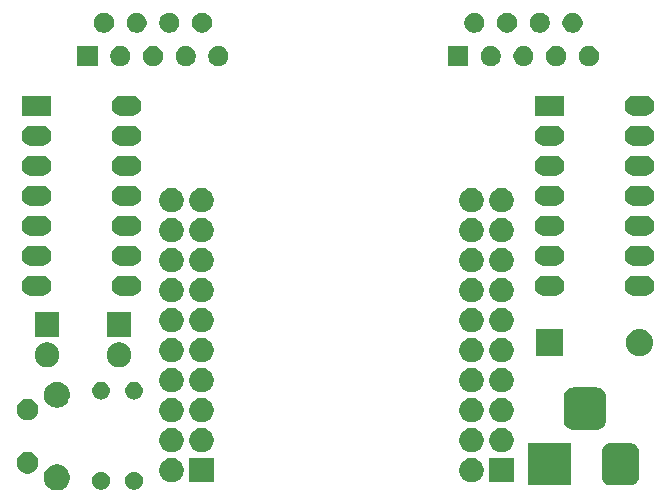
<source format=gbr>
G04 #@! TF.GenerationSoftware,KiCad,Pcbnew,(5.1.0-0)*
G04 #@! TF.CreationDate,2019-03-28T18:25:31-07:00*
G04 #@! TF.ProjectId,unijoysticle,756e696a-6f79-4737-9469-636c652e6b69,v0.0.1*
G04 #@! TF.SameCoordinates,Original*
G04 #@! TF.FileFunction,Soldermask,Bot*
G04 #@! TF.FilePolarity,Negative*
%FSLAX46Y46*%
G04 Gerber Fmt 4.6, Leading zero omitted, Abs format (unit mm)*
G04 Created by KiCad (PCBNEW (5.1.0-0)) date 2019-03-28 18:25:31*
%MOMM*%
%LPD*%
G04 APERTURE LIST*
%ADD10C,0.100000*%
G04 APERTURE END LIST*
D10*
G36*
X119072200Y-113842402D02*
G01*
X119143091Y-113856503D01*
X119226071Y-113890875D01*
X119343423Y-113939483D01*
X119343424Y-113939484D01*
X119523719Y-114059953D01*
X119677047Y-114213281D01*
X119737691Y-114304041D01*
X119797517Y-114393577D01*
X119880497Y-114593910D01*
X119920156Y-114793286D01*
X119922800Y-114806581D01*
X119922800Y-115023419D01*
X119880497Y-115236091D01*
X119869373Y-115262947D01*
X119797517Y-115436423D01*
X119797516Y-115436424D01*
X119677047Y-115616719D01*
X119523719Y-115770047D01*
X119520519Y-115772185D01*
X119343423Y-115890517D01*
X119226071Y-115939125D01*
X119143091Y-115973497D01*
X119072200Y-115987598D01*
X118930421Y-116015800D01*
X118713579Y-116015800D01*
X118571800Y-115987598D01*
X118500909Y-115973497D01*
X118417929Y-115939125D01*
X118300577Y-115890517D01*
X118123481Y-115772185D01*
X118120281Y-115770047D01*
X117966953Y-115616719D01*
X117846484Y-115436424D01*
X117846483Y-115436423D01*
X117774627Y-115262947D01*
X117763503Y-115236091D01*
X117721200Y-115023419D01*
X117721200Y-114806581D01*
X117723845Y-114793286D01*
X117763503Y-114593910D01*
X117846483Y-114393577D01*
X117906309Y-114304041D01*
X117966953Y-114213281D01*
X118120281Y-114059953D01*
X118300576Y-113939484D01*
X118300577Y-113939483D01*
X118417929Y-113890875D01*
X118500909Y-113856503D01*
X118571800Y-113842402D01*
X118713579Y-113814200D01*
X118930421Y-113814200D01*
X119072200Y-113842402D01*
X119072200Y-113842402D01*
G37*
G36*
X125567999Y-114467052D02*
G01*
X125704639Y-114523650D01*
X125827605Y-114605813D01*
X125932187Y-114710395D01*
X126014350Y-114833361D01*
X126070948Y-114970001D01*
X126099800Y-115115051D01*
X126099800Y-115262949D01*
X126070948Y-115407999D01*
X126014350Y-115544639D01*
X125932187Y-115667605D01*
X125827605Y-115772187D01*
X125704639Y-115854350D01*
X125567999Y-115910948D01*
X125422949Y-115939800D01*
X125275051Y-115939800D01*
X125130001Y-115910948D01*
X124993361Y-115854350D01*
X124870395Y-115772187D01*
X124765813Y-115667605D01*
X124683650Y-115544639D01*
X124627052Y-115407999D01*
X124598200Y-115262949D01*
X124598200Y-115115051D01*
X124627052Y-114970001D01*
X124683650Y-114833361D01*
X124765813Y-114710395D01*
X124870395Y-114605813D01*
X124993361Y-114523650D01*
X125130001Y-114467052D01*
X125275051Y-114438200D01*
X125422949Y-114438200D01*
X125567999Y-114467052D01*
X125567999Y-114467052D01*
G37*
G36*
X122773999Y-114467052D02*
G01*
X122910639Y-114523650D01*
X123033605Y-114605813D01*
X123138187Y-114710395D01*
X123220350Y-114833361D01*
X123276948Y-114970001D01*
X123305800Y-115115051D01*
X123305800Y-115262949D01*
X123276948Y-115407999D01*
X123220350Y-115544639D01*
X123138187Y-115667605D01*
X123033605Y-115772187D01*
X122910639Y-115854350D01*
X122773999Y-115910948D01*
X122628949Y-115939800D01*
X122481051Y-115939800D01*
X122336001Y-115910948D01*
X122199361Y-115854350D01*
X122076395Y-115772187D01*
X121971813Y-115667605D01*
X121889650Y-115544639D01*
X121833052Y-115407999D01*
X121804200Y-115262949D01*
X121804200Y-115115051D01*
X121833052Y-114970001D01*
X121889650Y-114833361D01*
X121971813Y-114710395D01*
X122076395Y-114605813D01*
X122199361Y-114523650D01*
X122336001Y-114467052D01*
X122481051Y-114438200D01*
X122628949Y-114438200D01*
X122773999Y-114467052D01*
X122773999Y-114467052D01*
G37*
G36*
X162328800Y-115592800D02*
G01*
X158727200Y-115592800D01*
X158727200Y-111991200D01*
X162328800Y-111991200D01*
X162328800Y-115592800D01*
X162328800Y-115592800D01*
G37*
G36*
X167504860Y-112005491D02*
G01*
X167638487Y-112046026D01*
X167761629Y-112111847D01*
X167869569Y-112200431D01*
X167958153Y-112308371D01*
X168023974Y-112431513D01*
X168064509Y-112565140D01*
X168078800Y-112710240D01*
X168078800Y-114873760D01*
X168064509Y-115018860D01*
X168023974Y-115152487D01*
X167958153Y-115275629D01*
X167869569Y-115383569D01*
X167761629Y-115472153D01*
X167638487Y-115537974D01*
X167504860Y-115578509D01*
X167359760Y-115592800D01*
X165696240Y-115592800D01*
X165551140Y-115578509D01*
X165417513Y-115537974D01*
X165294371Y-115472153D01*
X165186431Y-115383569D01*
X165097847Y-115275629D01*
X165032026Y-115152487D01*
X164991491Y-115018860D01*
X164977200Y-114873760D01*
X164977200Y-112710240D01*
X164991491Y-112565140D01*
X165032026Y-112431513D01*
X165097847Y-112308371D01*
X165186431Y-112200431D01*
X165294371Y-112111847D01*
X165417513Y-112046026D01*
X165551140Y-112005491D01*
X165696240Y-111991200D01*
X167359760Y-111991200D01*
X167504860Y-112005491D01*
X167504860Y-112005491D01*
G37*
G36*
X157505400Y-115341400D02*
G01*
X155422600Y-115341400D01*
X155422600Y-113258600D01*
X157505400Y-113258600D01*
X157505400Y-115341400D01*
X157505400Y-115341400D01*
G37*
G36*
X132105400Y-115341400D02*
G01*
X130022600Y-115341400D01*
X130022600Y-113258600D01*
X132105400Y-113258600D01*
X132105400Y-115341400D01*
X132105400Y-115341400D01*
G37*
G36*
X154227765Y-113298620D02*
G01*
X154417288Y-113377123D01*
X154587854Y-113491092D01*
X154732908Y-113636146D01*
X154846877Y-113806712D01*
X154846878Y-113806714D01*
X154925380Y-113996235D01*
X154965400Y-114197430D01*
X154965400Y-114402570D01*
X154925380Y-114603765D01*
X154881213Y-114710395D01*
X154846877Y-114793288D01*
X154732908Y-114963854D01*
X154587854Y-115108908D01*
X154417288Y-115222877D01*
X154417287Y-115222878D01*
X154417286Y-115222878D01*
X154227765Y-115301380D01*
X154026570Y-115341400D01*
X153821430Y-115341400D01*
X153620235Y-115301380D01*
X153430714Y-115222878D01*
X153430713Y-115222878D01*
X153430712Y-115222877D01*
X153260146Y-115108908D01*
X153115092Y-114963854D01*
X153001123Y-114793288D01*
X152966788Y-114710395D01*
X152922620Y-114603765D01*
X152882600Y-114402570D01*
X152882600Y-114197430D01*
X152922620Y-113996235D01*
X153001122Y-113806714D01*
X153001123Y-113806712D01*
X153115092Y-113636146D01*
X153260146Y-113491092D01*
X153430712Y-113377123D01*
X153620235Y-113298620D01*
X153821430Y-113258600D01*
X154026570Y-113258600D01*
X154227765Y-113298620D01*
X154227765Y-113298620D01*
G37*
G36*
X128827765Y-113298620D02*
G01*
X129017288Y-113377123D01*
X129187854Y-113491092D01*
X129332908Y-113636146D01*
X129446877Y-113806712D01*
X129446878Y-113806714D01*
X129525380Y-113996235D01*
X129565400Y-114197430D01*
X129565400Y-114402570D01*
X129525380Y-114603765D01*
X129481213Y-114710395D01*
X129446877Y-114793288D01*
X129332908Y-114963854D01*
X129187854Y-115108908D01*
X129017288Y-115222877D01*
X129017287Y-115222878D01*
X129017286Y-115222878D01*
X128827765Y-115301380D01*
X128626570Y-115341400D01*
X128421430Y-115341400D01*
X128220235Y-115301380D01*
X128030714Y-115222878D01*
X128030713Y-115222878D01*
X128030712Y-115222877D01*
X127860146Y-115108908D01*
X127715092Y-114963854D01*
X127601123Y-114793288D01*
X127566788Y-114710395D01*
X127522620Y-114603765D01*
X127482600Y-114402570D01*
X127482600Y-114197430D01*
X127522620Y-113996235D01*
X127601122Y-113806714D01*
X127601123Y-113806712D01*
X127715092Y-113636146D01*
X127860146Y-113491092D01*
X128030712Y-113377123D01*
X128220235Y-113298620D01*
X128421430Y-113258600D01*
X128626570Y-113258600D01*
X128827765Y-113298620D01*
X128827765Y-113298620D01*
G37*
G36*
X116534690Y-112761380D02*
G01*
X116602046Y-112774778D01*
X116770531Y-112844566D01*
X116922163Y-112945884D01*
X117051116Y-113074837D01*
X117152434Y-113226469D01*
X117222222Y-113394954D01*
X117257800Y-113573817D01*
X117257800Y-113756183D01*
X117222222Y-113935046D01*
X117152434Y-114103531D01*
X117051116Y-114255163D01*
X116922163Y-114384116D01*
X116770531Y-114485434D01*
X116602046Y-114555222D01*
X116542425Y-114567081D01*
X116423185Y-114590800D01*
X116240815Y-114590800D01*
X116121575Y-114567081D01*
X116061954Y-114555222D01*
X115893469Y-114485434D01*
X115741837Y-114384116D01*
X115612884Y-114255163D01*
X115511566Y-114103531D01*
X115441778Y-113935046D01*
X115406200Y-113756183D01*
X115406200Y-113573817D01*
X115441778Y-113394954D01*
X115511566Y-113226469D01*
X115612884Y-113074837D01*
X115741837Y-112945884D01*
X115893469Y-112844566D01*
X116061954Y-112774778D01*
X116129310Y-112761380D01*
X116240815Y-112739200D01*
X116423185Y-112739200D01*
X116534690Y-112761380D01*
X116534690Y-112761380D01*
G37*
G36*
X154227765Y-110758620D02*
G01*
X154396372Y-110828459D01*
X154417288Y-110837123D01*
X154587854Y-110951092D01*
X154732908Y-111096146D01*
X154846877Y-111266712D01*
X154925380Y-111456235D01*
X154965400Y-111657431D01*
X154965400Y-111862569D01*
X154925380Y-112063765D01*
X154846877Y-112253288D01*
X154732908Y-112423854D01*
X154587854Y-112568908D01*
X154417288Y-112682877D01*
X154417287Y-112682878D01*
X154417286Y-112682878D01*
X154227765Y-112761380D01*
X154026570Y-112801400D01*
X153821430Y-112801400D01*
X153620235Y-112761380D01*
X153430714Y-112682878D01*
X153430713Y-112682878D01*
X153430712Y-112682877D01*
X153260146Y-112568908D01*
X153115092Y-112423854D01*
X153001123Y-112253288D01*
X152922620Y-112063765D01*
X152882600Y-111862569D01*
X152882600Y-111657431D01*
X152922620Y-111456235D01*
X153001123Y-111266712D01*
X153115092Y-111096146D01*
X153260146Y-110951092D01*
X153430712Y-110837123D01*
X153451629Y-110828459D01*
X153620235Y-110758620D01*
X153821430Y-110718600D01*
X154026570Y-110718600D01*
X154227765Y-110758620D01*
X154227765Y-110758620D01*
G37*
G36*
X131367765Y-110758620D02*
G01*
X131536372Y-110828459D01*
X131557288Y-110837123D01*
X131727854Y-110951092D01*
X131872908Y-111096146D01*
X131986877Y-111266712D01*
X132065380Y-111456235D01*
X132105400Y-111657431D01*
X132105400Y-111862569D01*
X132065380Y-112063765D01*
X131986877Y-112253288D01*
X131872908Y-112423854D01*
X131727854Y-112568908D01*
X131557288Y-112682877D01*
X131557287Y-112682878D01*
X131557286Y-112682878D01*
X131367765Y-112761380D01*
X131166570Y-112801400D01*
X130961430Y-112801400D01*
X130760235Y-112761380D01*
X130570714Y-112682878D01*
X130570713Y-112682878D01*
X130570712Y-112682877D01*
X130400146Y-112568908D01*
X130255092Y-112423854D01*
X130141123Y-112253288D01*
X130062620Y-112063765D01*
X130022600Y-111862569D01*
X130022600Y-111657431D01*
X130062620Y-111456235D01*
X130141123Y-111266712D01*
X130255092Y-111096146D01*
X130400146Y-110951092D01*
X130570712Y-110837123D01*
X130591629Y-110828459D01*
X130760235Y-110758620D01*
X130961430Y-110718600D01*
X131166570Y-110718600D01*
X131367765Y-110758620D01*
X131367765Y-110758620D01*
G37*
G36*
X128827765Y-110758620D02*
G01*
X128996372Y-110828459D01*
X129017288Y-110837123D01*
X129187854Y-110951092D01*
X129332908Y-111096146D01*
X129446877Y-111266712D01*
X129525380Y-111456235D01*
X129565400Y-111657431D01*
X129565400Y-111862569D01*
X129525380Y-112063765D01*
X129446877Y-112253288D01*
X129332908Y-112423854D01*
X129187854Y-112568908D01*
X129017288Y-112682877D01*
X129017287Y-112682878D01*
X129017286Y-112682878D01*
X128827765Y-112761380D01*
X128626570Y-112801400D01*
X128421430Y-112801400D01*
X128220235Y-112761380D01*
X128030714Y-112682878D01*
X128030713Y-112682878D01*
X128030712Y-112682877D01*
X127860146Y-112568908D01*
X127715092Y-112423854D01*
X127601123Y-112253288D01*
X127522620Y-112063765D01*
X127482600Y-111862569D01*
X127482600Y-111657431D01*
X127522620Y-111456235D01*
X127601123Y-111266712D01*
X127715092Y-111096146D01*
X127860146Y-110951092D01*
X128030712Y-110837123D01*
X128051629Y-110828459D01*
X128220235Y-110758620D01*
X128421430Y-110718600D01*
X128626570Y-110718600D01*
X128827765Y-110758620D01*
X128827765Y-110758620D01*
G37*
G36*
X156767765Y-110758620D02*
G01*
X156936372Y-110828459D01*
X156957288Y-110837123D01*
X157127854Y-110951092D01*
X157272908Y-111096146D01*
X157386877Y-111266712D01*
X157465380Y-111456235D01*
X157505400Y-111657431D01*
X157505400Y-111862569D01*
X157465380Y-112063765D01*
X157386877Y-112253288D01*
X157272908Y-112423854D01*
X157127854Y-112568908D01*
X156957288Y-112682877D01*
X156957287Y-112682878D01*
X156957286Y-112682878D01*
X156767765Y-112761380D01*
X156566570Y-112801400D01*
X156361430Y-112801400D01*
X156160235Y-112761380D01*
X155970714Y-112682878D01*
X155970713Y-112682878D01*
X155970712Y-112682877D01*
X155800146Y-112568908D01*
X155655092Y-112423854D01*
X155541123Y-112253288D01*
X155462620Y-112063765D01*
X155422600Y-111862569D01*
X155422600Y-111657431D01*
X155462620Y-111456235D01*
X155541123Y-111266712D01*
X155655092Y-111096146D01*
X155800146Y-110951092D01*
X155970712Y-110837123D01*
X155991629Y-110828459D01*
X156160235Y-110758620D01*
X156361430Y-110718600D01*
X156566570Y-110718600D01*
X156767765Y-110758620D01*
X156767765Y-110758620D01*
G37*
G36*
X164654246Y-107307893D02*
G01*
X164811321Y-107355541D01*
X164956075Y-107432914D01*
X165082957Y-107537043D01*
X165187086Y-107663925D01*
X165264459Y-107808679D01*
X165312107Y-107965754D01*
X165328800Y-108135240D01*
X165328800Y-110048760D01*
X165312107Y-110218246D01*
X165264459Y-110375321D01*
X165187086Y-110520075D01*
X165082957Y-110646957D01*
X164956075Y-110751086D01*
X164811321Y-110828459D01*
X164654246Y-110876107D01*
X164484760Y-110892800D01*
X162571240Y-110892800D01*
X162401754Y-110876107D01*
X162244679Y-110828459D01*
X162099925Y-110751086D01*
X161973043Y-110646957D01*
X161868914Y-110520075D01*
X161791541Y-110375321D01*
X161743893Y-110218246D01*
X161727200Y-110048760D01*
X161727200Y-108135240D01*
X161743893Y-107965754D01*
X161791541Y-107808679D01*
X161868914Y-107663925D01*
X161973043Y-107537043D01*
X162099925Y-107432914D01*
X162244679Y-107355541D01*
X162401754Y-107307893D01*
X162571240Y-107291200D01*
X164484760Y-107291200D01*
X164654246Y-107307893D01*
X164654246Y-107307893D01*
G37*
G36*
X128827765Y-108218620D02*
G01*
X128963343Y-108274778D01*
X129017288Y-108297123D01*
X129187854Y-108411092D01*
X129332908Y-108556146D01*
X129446716Y-108726471D01*
X129446878Y-108726714D01*
X129525380Y-108916235D01*
X129543196Y-109005800D01*
X129565400Y-109117431D01*
X129565400Y-109322569D01*
X129525380Y-109523765D01*
X129446877Y-109713288D01*
X129332908Y-109883854D01*
X129187854Y-110028908D01*
X129017288Y-110142877D01*
X129017287Y-110142878D01*
X129017286Y-110142878D01*
X128827765Y-110221380D01*
X128626570Y-110261400D01*
X128421430Y-110261400D01*
X128220235Y-110221380D01*
X128030714Y-110142878D01*
X128030713Y-110142878D01*
X128030712Y-110142877D01*
X127860146Y-110028908D01*
X127715092Y-109883854D01*
X127601123Y-109713288D01*
X127522620Y-109523765D01*
X127482600Y-109322569D01*
X127482600Y-109117431D01*
X127504805Y-109005800D01*
X127522620Y-108916235D01*
X127601122Y-108726714D01*
X127601284Y-108726471D01*
X127715092Y-108556146D01*
X127860146Y-108411092D01*
X128030712Y-108297123D01*
X128084658Y-108274778D01*
X128220235Y-108218620D01*
X128421430Y-108178600D01*
X128626570Y-108178600D01*
X128827765Y-108218620D01*
X128827765Y-108218620D01*
G37*
G36*
X156767765Y-108218620D02*
G01*
X156903343Y-108274778D01*
X156957288Y-108297123D01*
X157127854Y-108411092D01*
X157272908Y-108556146D01*
X157386716Y-108726471D01*
X157386878Y-108726714D01*
X157465380Y-108916235D01*
X157483196Y-109005800D01*
X157505400Y-109117431D01*
X157505400Y-109322569D01*
X157465380Y-109523765D01*
X157386877Y-109713288D01*
X157272908Y-109883854D01*
X157127854Y-110028908D01*
X156957288Y-110142877D01*
X156957287Y-110142878D01*
X156957286Y-110142878D01*
X156767765Y-110221380D01*
X156566570Y-110261400D01*
X156361430Y-110261400D01*
X156160235Y-110221380D01*
X155970714Y-110142878D01*
X155970713Y-110142878D01*
X155970712Y-110142877D01*
X155800146Y-110028908D01*
X155655092Y-109883854D01*
X155541123Y-109713288D01*
X155462620Y-109523765D01*
X155422600Y-109322569D01*
X155422600Y-109117431D01*
X155444805Y-109005800D01*
X155462620Y-108916235D01*
X155541122Y-108726714D01*
X155541284Y-108726471D01*
X155655092Y-108556146D01*
X155800146Y-108411092D01*
X155970712Y-108297123D01*
X156024658Y-108274778D01*
X156160235Y-108218620D01*
X156361430Y-108178600D01*
X156566570Y-108178600D01*
X156767765Y-108218620D01*
X156767765Y-108218620D01*
G37*
G36*
X154227765Y-108218620D02*
G01*
X154363343Y-108274778D01*
X154417288Y-108297123D01*
X154587854Y-108411092D01*
X154732908Y-108556146D01*
X154846716Y-108726471D01*
X154846878Y-108726714D01*
X154925380Y-108916235D01*
X154943196Y-109005800D01*
X154965400Y-109117431D01*
X154965400Y-109322569D01*
X154925380Y-109523765D01*
X154846877Y-109713288D01*
X154732908Y-109883854D01*
X154587854Y-110028908D01*
X154417288Y-110142877D01*
X154417287Y-110142878D01*
X154417286Y-110142878D01*
X154227765Y-110221380D01*
X154026570Y-110261400D01*
X153821430Y-110261400D01*
X153620235Y-110221380D01*
X153430714Y-110142878D01*
X153430713Y-110142878D01*
X153430712Y-110142877D01*
X153260146Y-110028908D01*
X153115092Y-109883854D01*
X153001123Y-109713288D01*
X152922620Y-109523765D01*
X152882600Y-109322569D01*
X152882600Y-109117431D01*
X152904805Y-109005800D01*
X152922620Y-108916235D01*
X153001122Y-108726714D01*
X153001284Y-108726471D01*
X153115092Y-108556146D01*
X153260146Y-108411092D01*
X153430712Y-108297123D01*
X153484658Y-108274778D01*
X153620235Y-108218620D01*
X153821430Y-108178600D01*
X154026570Y-108178600D01*
X154227765Y-108218620D01*
X154227765Y-108218620D01*
G37*
G36*
X131367765Y-108218620D02*
G01*
X131503343Y-108274778D01*
X131557288Y-108297123D01*
X131727854Y-108411092D01*
X131872908Y-108556146D01*
X131986716Y-108726471D01*
X131986878Y-108726714D01*
X132065380Y-108916235D01*
X132083196Y-109005800D01*
X132105400Y-109117431D01*
X132105400Y-109322569D01*
X132065380Y-109523765D01*
X131986877Y-109713288D01*
X131872908Y-109883854D01*
X131727854Y-110028908D01*
X131557288Y-110142877D01*
X131557287Y-110142878D01*
X131557286Y-110142878D01*
X131367765Y-110221380D01*
X131166570Y-110261400D01*
X130961430Y-110261400D01*
X130760235Y-110221380D01*
X130570714Y-110142878D01*
X130570713Y-110142878D01*
X130570712Y-110142877D01*
X130400146Y-110028908D01*
X130255092Y-109883854D01*
X130141123Y-109713288D01*
X130062620Y-109523765D01*
X130022600Y-109322569D01*
X130022600Y-109117431D01*
X130044805Y-109005800D01*
X130062620Y-108916235D01*
X130141122Y-108726714D01*
X130141284Y-108726471D01*
X130255092Y-108556146D01*
X130400146Y-108411092D01*
X130570712Y-108297123D01*
X130624658Y-108274778D01*
X130760235Y-108218620D01*
X130961430Y-108178600D01*
X131166570Y-108178600D01*
X131367765Y-108218620D01*
X131367765Y-108218620D01*
G37*
G36*
X116542425Y-108262919D02*
G01*
X116602046Y-108274778D01*
X116770531Y-108344566D01*
X116922163Y-108445884D01*
X117051116Y-108574837D01*
X117152434Y-108726469D01*
X117222222Y-108894954D01*
X117257800Y-109073817D01*
X117257800Y-109256183D01*
X117222222Y-109435046D01*
X117152434Y-109603531D01*
X117051116Y-109755163D01*
X116922163Y-109884116D01*
X116770531Y-109985434D01*
X116602046Y-110055222D01*
X116542425Y-110067081D01*
X116423185Y-110090800D01*
X116240815Y-110090800D01*
X116121575Y-110067081D01*
X116061954Y-110055222D01*
X115893469Y-109985434D01*
X115741837Y-109884116D01*
X115612884Y-109755163D01*
X115511566Y-109603531D01*
X115441778Y-109435046D01*
X115406200Y-109256183D01*
X115406200Y-109073817D01*
X115441778Y-108894954D01*
X115511566Y-108726469D01*
X115612884Y-108574837D01*
X115741837Y-108445884D01*
X115893469Y-108344566D01*
X116061954Y-108274778D01*
X116121575Y-108262919D01*
X116240815Y-108239200D01*
X116423185Y-108239200D01*
X116542425Y-108262919D01*
X116542425Y-108262919D01*
G37*
G36*
X119055419Y-106829064D02*
G01*
X119143091Y-106846503D01*
X119226071Y-106880875D01*
X119343423Y-106929483D01*
X119343424Y-106929484D01*
X119523719Y-107049953D01*
X119677047Y-107203281D01*
X119677048Y-107203283D01*
X119797517Y-107383577D01*
X119813357Y-107421819D01*
X119868490Y-107554921D01*
X119880497Y-107583910D01*
X119922800Y-107796579D01*
X119922800Y-108013421D01*
X119905088Y-108102464D01*
X119889944Y-108178600D01*
X119880497Y-108226090D01*
X119797517Y-108426423D01*
X119737691Y-108515959D01*
X119677047Y-108606719D01*
X119523719Y-108760047D01*
X119432959Y-108820691D01*
X119343423Y-108880517D01*
X119257191Y-108916235D01*
X119143091Y-108963497D01*
X119072200Y-108977598D01*
X118930421Y-109005800D01*
X118713579Y-109005800D01*
X118571800Y-108977598D01*
X118500909Y-108963497D01*
X118386809Y-108916235D01*
X118300577Y-108880517D01*
X118211041Y-108820691D01*
X118120281Y-108760047D01*
X117966953Y-108606719D01*
X117906309Y-108515959D01*
X117846483Y-108426423D01*
X117763503Y-108226090D01*
X117754057Y-108178600D01*
X117738912Y-108102464D01*
X117721200Y-108013421D01*
X117721200Y-107796579D01*
X117763503Y-107583910D01*
X117775511Y-107554921D01*
X117830643Y-107421819D01*
X117846483Y-107383577D01*
X117966952Y-107203283D01*
X117966953Y-107203281D01*
X118120281Y-107049953D01*
X118300576Y-106929484D01*
X118300577Y-106929483D01*
X118417929Y-106880875D01*
X118500909Y-106846503D01*
X118588581Y-106829064D01*
X118713579Y-106804200D01*
X118930421Y-106804200D01*
X119055419Y-106829064D01*
X119055419Y-106829064D01*
G37*
G36*
X125496182Y-106829064D02*
G01*
X125637709Y-106871996D01*
X125637711Y-106871997D01*
X125768139Y-106941712D01*
X125882464Y-107035536D01*
X125976288Y-107149861D01*
X126046003Y-107280289D01*
X126046004Y-107280291D01*
X126088936Y-107421818D01*
X126103432Y-107569000D01*
X126088936Y-107716182D01*
X126049243Y-107847032D01*
X126046003Y-107857711D01*
X125976288Y-107988139D01*
X125882464Y-108102464D01*
X125768139Y-108196288D01*
X125712383Y-108226090D01*
X125637709Y-108266004D01*
X125496182Y-108308936D01*
X125385878Y-108319800D01*
X125312122Y-108319800D01*
X125201818Y-108308936D01*
X125060291Y-108266004D01*
X124985617Y-108226090D01*
X124929861Y-108196288D01*
X124815536Y-108102464D01*
X124721712Y-107988139D01*
X124651997Y-107857711D01*
X124648758Y-107847032D01*
X124609064Y-107716182D01*
X124594568Y-107569000D01*
X124609064Y-107421818D01*
X124651996Y-107280291D01*
X124651997Y-107280289D01*
X124721712Y-107149861D01*
X124815536Y-107035536D01*
X124929861Y-106941712D01*
X125060289Y-106871997D01*
X125060291Y-106871996D01*
X125201818Y-106829064D01*
X125312122Y-106818200D01*
X125385878Y-106818200D01*
X125496182Y-106829064D01*
X125496182Y-106829064D01*
G37*
G36*
X122702182Y-106829064D02*
G01*
X122843709Y-106871996D01*
X122843711Y-106871997D01*
X122974139Y-106941712D01*
X123088464Y-107035536D01*
X123182288Y-107149861D01*
X123252003Y-107280289D01*
X123252004Y-107280291D01*
X123294936Y-107421818D01*
X123309432Y-107569000D01*
X123294936Y-107716182D01*
X123255243Y-107847032D01*
X123252003Y-107857711D01*
X123182288Y-107988139D01*
X123088464Y-108102464D01*
X122974139Y-108196288D01*
X122918383Y-108226090D01*
X122843709Y-108266004D01*
X122702182Y-108308936D01*
X122591878Y-108319800D01*
X122518122Y-108319800D01*
X122407818Y-108308936D01*
X122266291Y-108266004D01*
X122191617Y-108226090D01*
X122135861Y-108196288D01*
X122021536Y-108102464D01*
X121927712Y-107988139D01*
X121857997Y-107857711D01*
X121854758Y-107847032D01*
X121815064Y-107716182D01*
X121800568Y-107569000D01*
X121815064Y-107421818D01*
X121857996Y-107280291D01*
X121857997Y-107280289D01*
X121927712Y-107149861D01*
X122021536Y-107035536D01*
X122135861Y-106941712D01*
X122266289Y-106871997D01*
X122266291Y-106871996D01*
X122407818Y-106829064D01*
X122518122Y-106818200D01*
X122591878Y-106818200D01*
X122702182Y-106829064D01*
X122702182Y-106829064D01*
G37*
G36*
X131367765Y-105678620D02*
G01*
X131557288Y-105757123D01*
X131727854Y-105871092D01*
X131872908Y-106016146D01*
X131872909Y-106016148D01*
X131986878Y-106186714D01*
X132065380Y-106376235D01*
X132105400Y-106577430D01*
X132105400Y-106782570D01*
X132065380Y-106983765D01*
X132037965Y-107049952D01*
X131986877Y-107173288D01*
X131872908Y-107343854D01*
X131727854Y-107488908D01*
X131557288Y-107602877D01*
X131557287Y-107602878D01*
X131557286Y-107602878D01*
X131367765Y-107681380D01*
X131166570Y-107721400D01*
X130961430Y-107721400D01*
X130760235Y-107681380D01*
X130570714Y-107602878D01*
X130570713Y-107602878D01*
X130570712Y-107602877D01*
X130400146Y-107488908D01*
X130255092Y-107343854D01*
X130141123Y-107173288D01*
X130090036Y-107049952D01*
X130062620Y-106983765D01*
X130022600Y-106782570D01*
X130022600Y-106577430D01*
X130062620Y-106376235D01*
X130141122Y-106186714D01*
X130255091Y-106016148D01*
X130255092Y-106016146D01*
X130400146Y-105871092D01*
X130570712Y-105757123D01*
X130760235Y-105678620D01*
X130961430Y-105638600D01*
X131166570Y-105638600D01*
X131367765Y-105678620D01*
X131367765Y-105678620D01*
G37*
G36*
X156767765Y-105678620D02*
G01*
X156957288Y-105757123D01*
X157127854Y-105871092D01*
X157272908Y-106016146D01*
X157272909Y-106016148D01*
X157386878Y-106186714D01*
X157465380Y-106376235D01*
X157505400Y-106577430D01*
X157505400Y-106782570D01*
X157465380Y-106983765D01*
X157437965Y-107049952D01*
X157386877Y-107173288D01*
X157272908Y-107343854D01*
X157127854Y-107488908D01*
X156957288Y-107602877D01*
X156957287Y-107602878D01*
X156957286Y-107602878D01*
X156767765Y-107681380D01*
X156566570Y-107721400D01*
X156361430Y-107721400D01*
X156160235Y-107681380D01*
X155970714Y-107602878D01*
X155970713Y-107602878D01*
X155970712Y-107602877D01*
X155800146Y-107488908D01*
X155655092Y-107343854D01*
X155541123Y-107173288D01*
X155490036Y-107049952D01*
X155462620Y-106983765D01*
X155422600Y-106782570D01*
X155422600Y-106577430D01*
X155462620Y-106376235D01*
X155541122Y-106186714D01*
X155655091Y-106016148D01*
X155655092Y-106016146D01*
X155800146Y-105871092D01*
X155970712Y-105757123D01*
X156160235Y-105678620D01*
X156361430Y-105638600D01*
X156566570Y-105638600D01*
X156767765Y-105678620D01*
X156767765Y-105678620D01*
G37*
G36*
X154227765Y-105678620D02*
G01*
X154417288Y-105757123D01*
X154587854Y-105871092D01*
X154732908Y-106016146D01*
X154732909Y-106016148D01*
X154846878Y-106186714D01*
X154925380Y-106376235D01*
X154965400Y-106577430D01*
X154965400Y-106782570D01*
X154925380Y-106983765D01*
X154897965Y-107049952D01*
X154846877Y-107173288D01*
X154732908Y-107343854D01*
X154587854Y-107488908D01*
X154417288Y-107602877D01*
X154417287Y-107602878D01*
X154417286Y-107602878D01*
X154227765Y-107681380D01*
X154026570Y-107721400D01*
X153821430Y-107721400D01*
X153620235Y-107681380D01*
X153430714Y-107602878D01*
X153430713Y-107602878D01*
X153430712Y-107602877D01*
X153260146Y-107488908D01*
X153115092Y-107343854D01*
X153001123Y-107173288D01*
X152950036Y-107049952D01*
X152922620Y-106983765D01*
X152882600Y-106782570D01*
X152882600Y-106577430D01*
X152922620Y-106376235D01*
X153001122Y-106186714D01*
X153115091Y-106016148D01*
X153115092Y-106016146D01*
X153260146Y-105871092D01*
X153430712Y-105757123D01*
X153620235Y-105678620D01*
X153821430Y-105638600D01*
X154026570Y-105638600D01*
X154227765Y-105678620D01*
X154227765Y-105678620D01*
G37*
G36*
X128827765Y-105678620D02*
G01*
X129017288Y-105757123D01*
X129187854Y-105871092D01*
X129332908Y-106016146D01*
X129332909Y-106016148D01*
X129446878Y-106186714D01*
X129525380Y-106376235D01*
X129565400Y-106577430D01*
X129565400Y-106782570D01*
X129525380Y-106983765D01*
X129497965Y-107049952D01*
X129446877Y-107173288D01*
X129332908Y-107343854D01*
X129187854Y-107488908D01*
X129017288Y-107602877D01*
X129017287Y-107602878D01*
X129017286Y-107602878D01*
X128827765Y-107681380D01*
X128626570Y-107721400D01*
X128421430Y-107721400D01*
X128220235Y-107681380D01*
X128030714Y-107602878D01*
X128030713Y-107602878D01*
X128030712Y-107602877D01*
X127860146Y-107488908D01*
X127715092Y-107343854D01*
X127601123Y-107173288D01*
X127550036Y-107049952D01*
X127522620Y-106983765D01*
X127482600Y-106782570D01*
X127482600Y-106577430D01*
X127522620Y-106376235D01*
X127601122Y-106186714D01*
X127715091Y-106016148D01*
X127715092Y-106016146D01*
X127860146Y-105871092D01*
X128030712Y-105757123D01*
X128220235Y-105678620D01*
X128421430Y-105638600D01*
X128626570Y-105638600D01*
X128827765Y-105678620D01*
X128827765Y-105678620D01*
G37*
G36*
X124385506Y-103510581D02*
G01*
X124497528Y-103556982D01*
X124576740Y-103589793D01*
X124748846Y-103704791D01*
X124895209Y-103851154D01*
X125010207Y-104023260D01*
X125043018Y-104102472D01*
X125089419Y-104214494D01*
X125129800Y-104417504D01*
X125129800Y-104624496D01*
X125089419Y-104827506D01*
X125043018Y-104939528D01*
X125010207Y-105018740D01*
X124895209Y-105190846D01*
X124748846Y-105337209D01*
X124576740Y-105452207D01*
X124497528Y-105485018D01*
X124385506Y-105531419D01*
X124182496Y-105571800D01*
X123975504Y-105571800D01*
X123772494Y-105531419D01*
X123660472Y-105485018D01*
X123581260Y-105452207D01*
X123409154Y-105337209D01*
X123262791Y-105190846D01*
X123147793Y-105018740D01*
X123114982Y-104939528D01*
X123068581Y-104827506D01*
X123028200Y-104624496D01*
X123028200Y-104417504D01*
X123068581Y-104214494D01*
X123114982Y-104102472D01*
X123147793Y-104023260D01*
X123262791Y-103851154D01*
X123409154Y-103704791D01*
X123581260Y-103589793D01*
X123660472Y-103556982D01*
X123772494Y-103510581D01*
X123975504Y-103470200D01*
X124182496Y-103470200D01*
X124385506Y-103510581D01*
X124385506Y-103510581D01*
G37*
G36*
X118289506Y-103510581D02*
G01*
X118401528Y-103556982D01*
X118480740Y-103589793D01*
X118652846Y-103704791D01*
X118799209Y-103851154D01*
X118914207Y-104023260D01*
X118947018Y-104102472D01*
X118993419Y-104214494D01*
X119033800Y-104417504D01*
X119033800Y-104624496D01*
X118993419Y-104827506D01*
X118947018Y-104939528D01*
X118914207Y-105018740D01*
X118799209Y-105190846D01*
X118652846Y-105337209D01*
X118480740Y-105452207D01*
X118401528Y-105485018D01*
X118289506Y-105531419D01*
X118086496Y-105571800D01*
X117879504Y-105571800D01*
X117676494Y-105531419D01*
X117564472Y-105485018D01*
X117485260Y-105452207D01*
X117313154Y-105337209D01*
X117166791Y-105190846D01*
X117051793Y-105018740D01*
X117018982Y-104939528D01*
X116972581Y-104827506D01*
X116932200Y-104624496D01*
X116932200Y-104417504D01*
X116972581Y-104214494D01*
X117018982Y-104102472D01*
X117051793Y-104023260D01*
X117166791Y-103851154D01*
X117313154Y-103704791D01*
X117485260Y-103589793D01*
X117564472Y-103556982D01*
X117676494Y-103510581D01*
X117879504Y-103470200D01*
X118086496Y-103470200D01*
X118289506Y-103510581D01*
X118289506Y-103510581D01*
G37*
G36*
X156767765Y-103138620D02*
G01*
X156957288Y-103217123D01*
X157127854Y-103331092D01*
X157272908Y-103476146D01*
X157386877Y-103646712D01*
X157386878Y-103646714D01*
X157465380Y-103836235D01*
X157502582Y-104023261D01*
X157505400Y-104037431D01*
X157505400Y-104242569D01*
X157465380Y-104443765D01*
X157386877Y-104633288D01*
X157272908Y-104803854D01*
X157127854Y-104948908D01*
X156957288Y-105062877D01*
X156957287Y-105062878D01*
X156957286Y-105062878D01*
X156767765Y-105141380D01*
X156566570Y-105181400D01*
X156361430Y-105181400D01*
X156160235Y-105141380D01*
X155970714Y-105062878D01*
X155970713Y-105062878D01*
X155970712Y-105062877D01*
X155800146Y-104948908D01*
X155655092Y-104803854D01*
X155541123Y-104633288D01*
X155462620Y-104443765D01*
X155422600Y-104242569D01*
X155422600Y-104037431D01*
X155425419Y-104023261D01*
X155462620Y-103836235D01*
X155541122Y-103646714D01*
X155541123Y-103646712D01*
X155655092Y-103476146D01*
X155800146Y-103331092D01*
X155970712Y-103217123D01*
X156160235Y-103138620D01*
X156361430Y-103098600D01*
X156566570Y-103098600D01*
X156767765Y-103138620D01*
X156767765Y-103138620D01*
G37*
G36*
X154227765Y-103138620D02*
G01*
X154417288Y-103217123D01*
X154587854Y-103331092D01*
X154732908Y-103476146D01*
X154846877Y-103646712D01*
X154846878Y-103646714D01*
X154925380Y-103836235D01*
X154962582Y-104023261D01*
X154965400Y-104037431D01*
X154965400Y-104242569D01*
X154925380Y-104443765D01*
X154846877Y-104633288D01*
X154732908Y-104803854D01*
X154587854Y-104948908D01*
X154417288Y-105062877D01*
X154417287Y-105062878D01*
X154417286Y-105062878D01*
X154227765Y-105141380D01*
X154026570Y-105181400D01*
X153821430Y-105181400D01*
X153620235Y-105141380D01*
X153430714Y-105062878D01*
X153430713Y-105062878D01*
X153430712Y-105062877D01*
X153260146Y-104948908D01*
X153115092Y-104803854D01*
X153001123Y-104633288D01*
X152922620Y-104443765D01*
X152882600Y-104242569D01*
X152882600Y-104037431D01*
X152885419Y-104023261D01*
X152922620Y-103836235D01*
X153001122Y-103646714D01*
X153001123Y-103646712D01*
X153115092Y-103476146D01*
X153260146Y-103331092D01*
X153430712Y-103217123D01*
X153620235Y-103138620D01*
X153821430Y-103098600D01*
X154026570Y-103098600D01*
X154227765Y-103138620D01*
X154227765Y-103138620D01*
G37*
G36*
X131367765Y-103138620D02*
G01*
X131557288Y-103217123D01*
X131727854Y-103331092D01*
X131872908Y-103476146D01*
X131986877Y-103646712D01*
X131986878Y-103646714D01*
X132065380Y-103836235D01*
X132102582Y-104023261D01*
X132105400Y-104037431D01*
X132105400Y-104242569D01*
X132065380Y-104443765D01*
X131986877Y-104633288D01*
X131872908Y-104803854D01*
X131727854Y-104948908D01*
X131557288Y-105062877D01*
X131557287Y-105062878D01*
X131557286Y-105062878D01*
X131367765Y-105141380D01*
X131166570Y-105181400D01*
X130961430Y-105181400D01*
X130760235Y-105141380D01*
X130570714Y-105062878D01*
X130570713Y-105062878D01*
X130570712Y-105062877D01*
X130400146Y-104948908D01*
X130255092Y-104803854D01*
X130141123Y-104633288D01*
X130062620Y-104443765D01*
X130022600Y-104242569D01*
X130022600Y-104037431D01*
X130025419Y-104023261D01*
X130062620Y-103836235D01*
X130141122Y-103646714D01*
X130141123Y-103646712D01*
X130255092Y-103476146D01*
X130400146Y-103331092D01*
X130570712Y-103217123D01*
X130760235Y-103138620D01*
X130961430Y-103098600D01*
X131166570Y-103098600D01*
X131367765Y-103138620D01*
X131367765Y-103138620D01*
G37*
G36*
X128827765Y-103138620D02*
G01*
X129017288Y-103217123D01*
X129187854Y-103331092D01*
X129332908Y-103476146D01*
X129446877Y-103646712D01*
X129446878Y-103646714D01*
X129525380Y-103836235D01*
X129562582Y-104023261D01*
X129565400Y-104037431D01*
X129565400Y-104242569D01*
X129525380Y-104443765D01*
X129446877Y-104633288D01*
X129332908Y-104803854D01*
X129187854Y-104948908D01*
X129017288Y-105062877D01*
X129017287Y-105062878D01*
X129017286Y-105062878D01*
X128827765Y-105141380D01*
X128626570Y-105181400D01*
X128421430Y-105181400D01*
X128220235Y-105141380D01*
X128030714Y-105062878D01*
X128030713Y-105062878D01*
X128030712Y-105062877D01*
X127860146Y-104948908D01*
X127715092Y-104803854D01*
X127601123Y-104633288D01*
X127522620Y-104443765D01*
X127482600Y-104242569D01*
X127482600Y-104037431D01*
X127485419Y-104023261D01*
X127522620Y-103836235D01*
X127601122Y-103646714D01*
X127601123Y-103646712D01*
X127715092Y-103476146D01*
X127860146Y-103331092D01*
X128030712Y-103217123D01*
X128220235Y-103138620D01*
X128421430Y-103098600D01*
X128626570Y-103098600D01*
X128827765Y-103138620D01*
X128827765Y-103138620D01*
G37*
G36*
X168260888Y-102359750D02*
G01*
X168373596Y-102370851D01*
X168590523Y-102436655D01*
X168590525Y-102436656D01*
X168790439Y-102543512D01*
X168790440Y-102543513D01*
X168790444Y-102543515D01*
X168965676Y-102687324D01*
X169109485Y-102862556D01*
X169216345Y-103062477D01*
X169282149Y-103279404D01*
X169304368Y-103505000D01*
X169282149Y-103730596D01*
X169216345Y-103947523D01*
X169109485Y-104147444D01*
X168965676Y-104322676D01*
X168790444Y-104466485D01*
X168790440Y-104466487D01*
X168790439Y-104466488D01*
X168590525Y-104573344D01*
X168590523Y-104573345D01*
X168373596Y-104639149D01*
X168260888Y-104650250D01*
X168204535Y-104655800D01*
X168091465Y-104655800D01*
X168035112Y-104650250D01*
X167922404Y-104639149D01*
X167705477Y-104573345D01*
X167705475Y-104573344D01*
X167505561Y-104466488D01*
X167505560Y-104466487D01*
X167505556Y-104466485D01*
X167330324Y-104322676D01*
X167186515Y-104147444D01*
X167079655Y-103947523D01*
X167013851Y-103730596D01*
X166991632Y-103505000D01*
X167013851Y-103279404D01*
X167079655Y-103062477D01*
X167186515Y-102862556D01*
X167330324Y-102687324D01*
X167505556Y-102543515D01*
X167505560Y-102543513D01*
X167505561Y-102543512D01*
X167705475Y-102436656D01*
X167705477Y-102436655D01*
X167922404Y-102370851D01*
X168035112Y-102359750D01*
X168091465Y-102354200D01*
X168204535Y-102354200D01*
X168260888Y-102359750D01*
X168260888Y-102359750D01*
G37*
G36*
X161678800Y-104655800D02*
G01*
X159377200Y-104655800D01*
X159377200Y-102354200D01*
X161678800Y-102354200D01*
X161678800Y-104655800D01*
X161678800Y-104655800D01*
G37*
G36*
X125129800Y-103031800D02*
G01*
X123028200Y-103031800D01*
X123028200Y-100930200D01*
X125129800Y-100930200D01*
X125129800Y-103031800D01*
X125129800Y-103031800D01*
G37*
G36*
X119033800Y-103031800D02*
G01*
X116932200Y-103031800D01*
X116932200Y-100930200D01*
X119033800Y-100930200D01*
X119033800Y-103031800D01*
X119033800Y-103031800D01*
G37*
G36*
X128827765Y-100598620D02*
G01*
X129017288Y-100677123D01*
X129187854Y-100791092D01*
X129332908Y-100936146D01*
X129446877Y-101106712D01*
X129525380Y-101296235D01*
X129565400Y-101497431D01*
X129565400Y-101702569D01*
X129525380Y-101903765D01*
X129446877Y-102093288D01*
X129332908Y-102263854D01*
X129187854Y-102408908D01*
X129017288Y-102522877D01*
X129017287Y-102522878D01*
X129017286Y-102522878D01*
X128827765Y-102601380D01*
X128626570Y-102641400D01*
X128421430Y-102641400D01*
X128220235Y-102601380D01*
X128030714Y-102522878D01*
X128030713Y-102522878D01*
X128030712Y-102522877D01*
X127860146Y-102408908D01*
X127715092Y-102263854D01*
X127601123Y-102093288D01*
X127522620Y-101903765D01*
X127482600Y-101702569D01*
X127482600Y-101497431D01*
X127522620Y-101296235D01*
X127601123Y-101106712D01*
X127715092Y-100936146D01*
X127860146Y-100791092D01*
X128030712Y-100677123D01*
X128220235Y-100598620D01*
X128421430Y-100558600D01*
X128626570Y-100558600D01*
X128827765Y-100598620D01*
X128827765Y-100598620D01*
G37*
G36*
X131367765Y-100598620D02*
G01*
X131557288Y-100677123D01*
X131727854Y-100791092D01*
X131872908Y-100936146D01*
X131986877Y-101106712D01*
X132065380Y-101296235D01*
X132105400Y-101497431D01*
X132105400Y-101702569D01*
X132065380Y-101903765D01*
X131986877Y-102093288D01*
X131872908Y-102263854D01*
X131727854Y-102408908D01*
X131557288Y-102522877D01*
X131557287Y-102522878D01*
X131557286Y-102522878D01*
X131367765Y-102601380D01*
X131166570Y-102641400D01*
X130961430Y-102641400D01*
X130760235Y-102601380D01*
X130570714Y-102522878D01*
X130570713Y-102522878D01*
X130570712Y-102522877D01*
X130400146Y-102408908D01*
X130255092Y-102263854D01*
X130141123Y-102093288D01*
X130062620Y-101903765D01*
X130022600Y-101702569D01*
X130022600Y-101497431D01*
X130062620Y-101296235D01*
X130141123Y-101106712D01*
X130255092Y-100936146D01*
X130400146Y-100791092D01*
X130570712Y-100677123D01*
X130760235Y-100598620D01*
X130961430Y-100558600D01*
X131166570Y-100558600D01*
X131367765Y-100598620D01*
X131367765Y-100598620D01*
G37*
G36*
X156767765Y-100598620D02*
G01*
X156957288Y-100677123D01*
X157127854Y-100791092D01*
X157272908Y-100936146D01*
X157386877Y-101106712D01*
X157465380Y-101296235D01*
X157505400Y-101497431D01*
X157505400Y-101702569D01*
X157465380Y-101903765D01*
X157386877Y-102093288D01*
X157272908Y-102263854D01*
X157127854Y-102408908D01*
X156957288Y-102522877D01*
X156957287Y-102522878D01*
X156957286Y-102522878D01*
X156767765Y-102601380D01*
X156566570Y-102641400D01*
X156361430Y-102641400D01*
X156160235Y-102601380D01*
X155970714Y-102522878D01*
X155970713Y-102522878D01*
X155970712Y-102522877D01*
X155800146Y-102408908D01*
X155655092Y-102263854D01*
X155541123Y-102093288D01*
X155462620Y-101903765D01*
X155422600Y-101702569D01*
X155422600Y-101497431D01*
X155462620Y-101296235D01*
X155541123Y-101106712D01*
X155655092Y-100936146D01*
X155800146Y-100791092D01*
X155970712Y-100677123D01*
X156160235Y-100598620D01*
X156361430Y-100558600D01*
X156566570Y-100558600D01*
X156767765Y-100598620D01*
X156767765Y-100598620D01*
G37*
G36*
X154227765Y-100598620D02*
G01*
X154417288Y-100677123D01*
X154587854Y-100791092D01*
X154732908Y-100936146D01*
X154846877Y-101106712D01*
X154925380Y-101296235D01*
X154965400Y-101497431D01*
X154965400Y-101702569D01*
X154925380Y-101903765D01*
X154846877Y-102093288D01*
X154732908Y-102263854D01*
X154587854Y-102408908D01*
X154417288Y-102522877D01*
X154417287Y-102522878D01*
X154417286Y-102522878D01*
X154227765Y-102601380D01*
X154026570Y-102641400D01*
X153821430Y-102641400D01*
X153620235Y-102601380D01*
X153430714Y-102522878D01*
X153430713Y-102522878D01*
X153430712Y-102522877D01*
X153260146Y-102408908D01*
X153115092Y-102263854D01*
X153001123Y-102093288D01*
X152922620Y-101903765D01*
X152882600Y-101702569D01*
X152882600Y-101497431D01*
X152922620Y-101296235D01*
X153001123Y-101106712D01*
X153115092Y-100936146D01*
X153260146Y-100791092D01*
X153430712Y-100677123D01*
X153620235Y-100598620D01*
X153821430Y-100558600D01*
X154026570Y-100558600D01*
X154227765Y-100598620D01*
X154227765Y-100598620D01*
G37*
G36*
X131367765Y-98058620D02*
G01*
X131557288Y-98137123D01*
X131727854Y-98251092D01*
X131872908Y-98396146D01*
X131950462Y-98512214D01*
X131986878Y-98566714D01*
X132065380Y-98756235D01*
X132105400Y-98957430D01*
X132105400Y-99162570D01*
X132065380Y-99363765D01*
X132001706Y-99517489D01*
X131986877Y-99553288D01*
X131872908Y-99723854D01*
X131727854Y-99868908D01*
X131557288Y-99982877D01*
X131557287Y-99982878D01*
X131557286Y-99982878D01*
X131367765Y-100061380D01*
X131166570Y-100101400D01*
X130961430Y-100101400D01*
X130760235Y-100061380D01*
X130570714Y-99982878D01*
X130570713Y-99982878D01*
X130570712Y-99982877D01*
X130400146Y-99868908D01*
X130255092Y-99723854D01*
X130141123Y-99553288D01*
X130126295Y-99517489D01*
X130062620Y-99363765D01*
X130022600Y-99162570D01*
X130022600Y-98957430D01*
X130062620Y-98756235D01*
X130141122Y-98566714D01*
X130177538Y-98512214D01*
X130255092Y-98396146D01*
X130400146Y-98251092D01*
X130570712Y-98137123D01*
X130760235Y-98058620D01*
X130961430Y-98018600D01*
X131166570Y-98018600D01*
X131367765Y-98058620D01*
X131367765Y-98058620D01*
G37*
G36*
X128827765Y-98058620D02*
G01*
X129017288Y-98137123D01*
X129187854Y-98251092D01*
X129332908Y-98396146D01*
X129410462Y-98512214D01*
X129446878Y-98566714D01*
X129525380Y-98756235D01*
X129565400Y-98957430D01*
X129565400Y-99162570D01*
X129525380Y-99363765D01*
X129461706Y-99517489D01*
X129446877Y-99553288D01*
X129332908Y-99723854D01*
X129187854Y-99868908D01*
X129017288Y-99982877D01*
X129017287Y-99982878D01*
X129017286Y-99982878D01*
X128827765Y-100061380D01*
X128626570Y-100101400D01*
X128421430Y-100101400D01*
X128220235Y-100061380D01*
X128030714Y-99982878D01*
X128030713Y-99982878D01*
X128030712Y-99982877D01*
X127860146Y-99868908D01*
X127715092Y-99723854D01*
X127601123Y-99553288D01*
X127586295Y-99517489D01*
X127522620Y-99363765D01*
X127482600Y-99162570D01*
X127482600Y-98957430D01*
X127522620Y-98756235D01*
X127601122Y-98566714D01*
X127637538Y-98512214D01*
X127715092Y-98396146D01*
X127860146Y-98251092D01*
X128030712Y-98137123D01*
X128220235Y-98058620D01*
X128421430Y-98018600D01*
X128626570Y-98018600D01*
X128827765Y-98058620D01*
X128827765Y-98058620D01*
G37*
G36*
X154227765Y-98058620D02*
G01*
X154417288Y-98137123D01*
X154587854Y-98251092D01*
X154732908Y-98396146D01*
X154810462Y-98512214D01*
X154846878Y-98566714D01*
X154925380Y-98756235D01*
X154965400Y-98957430D01*
X154965400Y-99162570D01*
X154925380Y-99363765D01*
X154861706Y-99517489D01*
X154846877Y-99553288D01*
X154732908Y-99723854D01*
X154587854Y-99868908D01*
X154417288Y-99982877D01*
X154417287Y-99982878D01*
X154417286Y-99982878D01*
X154227765Y-100061380D01*
X154026570Y-100101400D01*
X153821430Y-100101400D01*
X153620235Y-100061380D01*
X153430714Y-99982878D01*
X153430713Y-99982878D01*
X153430712Y-99982877D01*
X153260146Y-99868908D01*
X153115092Y-99723854D01*
X153001123Y-99553288D01*
X152986295Y-99517489D01*
X152922620Y-99363765D01*
X152882600Y-99162570D01*
X152882600Y-98957430D01*
X152922620Y-98756235D01*
X153001122Y-98566714D01*
X153037538Y-98512214D01*
X153115092Y-98396146D01*
X153260146Y-98251092D01*
X153430712Y-98137123D01*
X153620235Y-98058620D01*
X153821430Y-98018600D01*
X154026570Y-98018600D01*
X154227765Y-98058620D01*
X154227765Y-98058620D01*
G37*
G36*
X156767765Y-98058620D02*
G01*
X156957288Y-98137123D01*
X157127854Y-98251092D01*
X157272908Y-98396146D01*
X157350462Y-98512214D01*
X157386878Y-98566714D01*
X157465380Y-98756235D01*
X157505400Y-98957430D01*
X157505400Y-99162570D01*
X157465380Y-99363765D01*
X157401706Y-99517489D01*
X157386877Y-99553288D01*
X157272908Y-99723854D01*
X157127854Y-99868908D01*
X156957288Y-99982877D01*
X156957287Y-99982878D01*
X156957286Y-99982878D01*
X156767765Y-100061380D01*
X156566570Y-100101400D01*
X156361430Y-100101400D01*
X156160235Y-100061380D01*
X155970714Y-99982878D01*
X155970713Y-99982878D01*
X155970712Y-99982877D01*
X155800146Y-99868908D01*
X155655092Y-99723854D01*
X155541123Y-99553288D01*
X155526295Y-99517489D01*
X155462620Y-99363765D01*
X155422600Y-99162570D01*
X155422600Y-98957430D01*
X155462620Y-98756235D01*
X155541122Y-98566714D01*
X155577538Y-98512214D01*
X155655092Y-98396146D01*
X155800146Y-98251092D01*
X155970712Y-98137123D01*
X156160235Y-98058620D01*
X156361430Y-98018600D01*
X156566570Y-98018600D01*
X156767765Y-98058620D01*
X156767765Y-98058620D01*
G37*
G36*
X168714787Y-97840510D02*
G01*
X168875162Y-97889160D01*
X169022965Y-97968162D01*
X169152517Y-98074483D01*
X169258838Y-98204035D01*
X169337840Y-98351838D01*
X169386490Y-98512213D01*
X169402916Y-98679000D01*
X169386490Y-98845787D01*
X169337840Y-99006162D01*
X169258838Y-99153965D01*
X169152517Y-99283517D01*
X169022965Y-99389838D01*
X168875162Y-99468840D01*
X168714787Y-99517490D01*
X168589794Y-99529800D01*
X167706206Y-99529800D01*
X167581213Y-99517490D01*
X167420838Y-99468840D01*
X167273035Y-99389838D01*
X167143483Y-99283517D01*
X167037162Y-99153965D01*
X166958160Y-99006162D01*
X166909510Y-98845787D01*
X166893084Y-98679000D01*
X166909510Y-98512213D01*
X166958160Y-98351838D01*
X167037162Y-98204035D01*
X167143483Y-98074483D01*
X167273035Y-97968162D01*
X167420838Y-97889160D01*
X167581213Y-97840510D01*
X167706206Y-97828200D01*
X168589794Y-97828200D01*
X168714787Y-97840510D01*
X168714787Y-97840510D01*
G37*
G36*
X161094787Y-97840510D02*
G01*
X161255162Y-97889160D01*
X161402965Y-97968162D01*
X161532517Y-98074483D01*
X161638838Y-98204035D01*
X161717840Y-98351838D01*
X161766490Y-98512213D01*
X161782916Y-98679000D01*
X161766490Y-98845787D01*
X161717840Y-99006162D01*
X161638838Y-99153965D01*
X161532517Y-99283517D01*
X161402965Y-99389838D01*
X161255162Y-99468840D01*
X161094787Y-99517490D01*
X160969794Y-99529800D01*
X160086206Y-99529800D01*
X159961213Y-99517490D01*
X159800838Y-99468840D01*
X159653035Y-99389838D01*
X159523483Y-99283517D01*
X159417162Y-99153965D01*
X159338160Y-99006162D01*
X159289510Y-98845787D01*
X159273084Y-98679000D01*
X159289510Y-98512213D01*
X159338160Y-98351838D01*
X159417162Y-98204035D01*
X159523483Y-98074483D01*
X159653035Y-97968162D01*
X159800838Y-97889160D01*
X159961213Y-97840510D01*
X160086206Y-97828200D01*
X160969794Y-97828200D01*
X161094787Y-97840510D01*
X161094787Y-97840510D01*
G37*
G36*
X125280787Y-97840510D02*
G01*
X125441162Y-97889160D01*
X125588965Y-97968162D01*
X125718517Y-98074483D01*
X125824838Y-98204035D01*
X125903840Y-98351838D01*
X125952490Y-98512213D01*
X125968916Y-98679000D01*
X125952490Y-98845787D01*
X125903840Y-99006162D01*
X125824838Y-99153965D01*
X125718517Y-99283517D01*
X125588965Y-99389838D01*
X125441162Y-99468840D01*
X125280787Y-99517490D01*
X125155794Y-99529800D01*
X124272206Y-99529800D01*
X124147213Y-99517490D01*
X123986838Y-99468840D01*
X123839035Y-99389838D01*
X123709483Y-99283517D01*
X123603162Y-99153965D01*
X123524160Y-99006162D01*
X123475510Y-98845787D01*
X123459084Y-98679000D01*
X123475510Y-98512213D01*
X123524160Y-98351838D01*
X123603162Y-98204035D01*
X123709483Y-98074483D01*
X123839035Y-97968162D01*
X123986838Y-97889160D01*
X124147213Y-97840510D01*
X124272206Y-97828200D01*
X125155794Y-97828200D01*
X125280787Y-97840510D01*
X125280787Y-97840510D01*
G37*
G36*
X117660787Y-97840510D02*
G01*
X117821162Y-97889160D01*
X117968965Y-97968162D01*
X118098517Y-98074483D01*
X118204838Y-98204035D01*
X118283840Y-98351838D01*
X118332490Y-98512213D01*
X118348916Y-98679000D01*
X118332490Y-98845787D01*
X118283840Y-99006162D01*
X118204838Y-99153965D01*
X118098517Y-99283517D01*
X117968965Y-99389838D01*
X117821162Y-99468840D01*
X117660787Y-99517490D01*
X117535794Y-99529800D01*
X116652206Y-99529800D01*
X116527213Y-99517490D01*
X116366838Y-99468840D01*
X116219035Y-99389838D01*
X116089483Y-99283517D01*
X115983162Y-99153965D01*
X115904160Y-99006162D01*
X115855510Y-98845787D01*
X115839084Y-98679000D01*
X115855510Y-98512213D01*
X115904160Y-98351838D01*
X115983162Y-98204035D01*
X116089483Y-98074483D01*
X116219035Y-97968162D01*
X116366838Y-97889160D01*
X116527213Y-97840510D01*
X116652206Y-97828200D01*
X117535794Y-97828200D01*
X117660787Y-97840510D01*
X117660787Y-97840510D01*
G37*
G36*
X128827765Y-95518620D02*
G01*
X129017288Y-95597123D01*
X129187854Y-95711092D01*
X129332908Y-95856146D01*
X129410462Y-95972214D01*
X129446878Y-96026714D01*
X129525380Y-96216235D01*
X129565400Y-96417430D01*
X129565400Y-96622570D01*
X129525380Y-96823765D01*
X129461706Y-96977489D01*
X129446877Y-97013288D01*
X129332908Y-97183854D01*
X129187854Y-97328908D01*
X129017288Y-97442877D01*
X129017287Y-97442878D01*
X129017286Y-97442878D01*
X128827765Y-97521380D01*
X128626570Y-97561400D01*
X128421430Y-97561400D01*
X128220235Y-97521380D01*
X128030714Y-97442878D01*
X128030713Y-97442878D01*
X128030712Y-97442877D01*
X127860146Y-97328908D01*
X127715092Y-97183854D01*
X127601123Y-97013288D01*
X127586295Y-96977489D01*
X127522620Y-96823765D01*
X127482600Y-96622570D01*
X127482600Y-96417430D01*
X127522620Y-96216235D01*
X127601122Y-96026714D01*
X127637538Y-95972214D01*
X127715092Y-95856146D01*
X127860146Y-95711092D01*
X128030712Y-95597123D01*
X128220235Y-95518620D01*
X128421430Y-95478600D01*
X128626570Y-95478600D01*
X128827765Y-95518620D01*
X128827765Y-95518620D01*
G37*
G36*
X131367765Y-95518620D02*
G01*
X131557288Y-95597123D01*
X131727854Y-95711092D01*
X131872908Y-95856146D01*
X131950462Y-95972214D01*
X131986878Y-96026714D01*
X132065380Y-96216235D01*
X132105400Y-96417430D01*
X132105400Y-96622570D01*
X132065380Y-96823765D01*
X132001706Y-96977489D01*
X131986877Y-97013288D01*
X131872908Y-97183854D01*
X131727854Y-97328908D01*
X131557288Y-97442877D01*
X131557287Y-97442878D01*
X131557286Y-97442878D01*
X131367765Y-97521380D01*
X131166570Y-97561400D01*
X130961430Y-97561400D01*
X130760235Y-97521380D01*
X130570714Y-97442878D01*
X130570713Y-97442878D01*
X130570712Y-97442877D01*
X130400146Y-97328908D01*
X130255092Y-97183854D01*
X130141123Y-97013288D01*
X130126295Y-96977489D01*
X130062620Y-96823765D01*
X130022600Y-96622570D01*
X130022600Y-96417430D01*
X130062620Y-96216235D01*
X130141122Y-96026714D01*
X130177538Y-95972214D01*
X130255092Y-95856146D01*
X130400146Y-95711092D01*
X130570712Y-95597123D01*
X130760235Y-95518620D01*
X130961430Y-95478600D01*
X131166570Y-95478600D01*
X131367765Y-95518620D01*
X131367765Y-95518620D01*
G37*
G36*
X154227765Y-95518620D02*
G01*
X154417288Y-95597123D01*
X154587854Y-95711092D01*
X154732908Y-95856146D01*
X154810462Y-95972214D01*
X154846878Y-96026714D01*
X154925380Y-96216235D01*
X154965400Y-96417430D01*
X154965400Y-96622570D01*
X154925380Y-96823765D01*
X154861706Y-96977489D01*
X154846877Y-97013288D01*
X154732908Y-97183854D01*
X154587854Y-97328908D01*
X154417288Y-97442877D01*
X154417287Y-97442878D01*
X154417286Y-97442878D01*
X154227765Y-97521380D01*
X154026570Y-97561400D01*
X153821430Y-97561400D01*
X153620235Y-97521380D01*
X153430714Y-97442878D01*
X153430713Y-97442878D01*
X153430712Y-97442877D01*
X153260146Y-97328908D01*
X153115092Y-97183854D01*
X153001123Y-97013288D01*
X152986295Y-96977489D01*
X152922620Y-96823765D01*
X152882600Y-96622570D01*
X152882600Y-96417430D01*
X152922620Y-96216235D01*
X153001122Y-96026714D01*
X153037538Y-95972214D01*
X153115092Y-95856146D01*
X153260146Y-95711092D01*
X153430712Y-95597123D01*
X153620235Y-95518620D01*
X153821430Y-95478600D01*
X154026570Y-95478600D01*
X154227765Y-95518620D01*
X154227765Y-95518620D01*
G37*
G36*
X156767765Y-95518620D02*
G01*
X156957288Y-95597123D01*
X157127854Y-95711092D01*
X157272908Y-95856146D01*
X157350462Y-95972214D01*
X157386878Y-96026714D01*
X157465380Y-96216235D01*
X157505400Y-96417430D01*
X157505400Y-96622570D01*
X157465380Y-96823765D01*
X157401706Y-96977489D01*
X157386877Y-97013288D01*
X157272908Y-97183854D01*
X157127854Y-97328908D01*
X156957288Y-97442877D01*
X156957287Y-97442878D01*
X156957286Y-97442878D01*
X156767765Y-97521380D01*
X156566570Y-97561400D01*
X156361430Y-97561400D01*
X156160235Y-97521380D01*
X155970714Y-97442878D01*
X155970713Y-97442878D01*
X155970712Y-97442877D01*
X155800146Y-97328908D01*
X155655092Y-97183854D01*
X155541123Y-97013288D01*
X155526295Y-96977489D01*
X155462620Y-96823765D01*
X155422600Y-96622570D01*
X155422600Y-96417430D01*
X155462620Y-96216235D01*
X155541122Y-96026714D01*
X155577538Y-95972214D01*
X155655092Y-95856146D01*
X155800146Y-95711092D01*
X155970712Y-95597123D01*
X156160235Y-95518620D01*
X156361430Y-95478600D01*
X156566570Y-95478600D01*
X156767765Y-95518620D01*
X156767765Y-95518620D01*
G37*
G36*
X168714787Y-95300510D02*
G01*
X168875162Y-95349160D01*
X169022965Y-95428162D01*
X169152517Y-95534483D01*
X169258838Y-95664035D01*
X169337840Y-95811838D01*
X169386490Y-95972213D01*
X169402916Y-96139000D01*
X169386490Y-96305787D01*
X169337840Y-96466162D01*
X169258838Y-96613965D01*
X169152517Y-96743517D01*
X169022965Y-96849838D01*
X168875162Y-96928840D01*
X168714787Y-96977490D01*
X168589794Y-96989800D01*
X167706206Y-96989800D01*
X167581213Y-96977490D01*
X167420838Y-96928840D01*
X167273035Y-96849838D01*
X167143483Y-96743517D01*
X167037162Y-96613965D01*
X166958160Y-96466162D01*
X166909510Y-96305787D01*
X166893084Y-96139000D01*
X166909510Y-95972213D01*
X166958160Y-95811838D01*
X167037162Y-95664035D01*
X167143483Y-95534483D01*
X167273035Y-95428162D01*
X167420838Y-95349160D01*
X167581213Y-95300510D01*
X167706206Y-95288200D01*
X168589794Y-95288200D01*
X168714787Y-95300510D01*
X168714787Y-95300510D01*
G37*
G36*
X161094787Y-95300510D02*
G01*
X161255162Y-95349160D01*
X161402965Y-95428162D01*
X161532517Y-95534483D01*
X161638838Y-95664035D01*
X161717840Y-95811838D01*
X161766490Y-95972213D01*
X161782916Y-96139000D01*
X161766490Y-96305787D01*
X161717840Y-96466162D01*
X161638838Y-96613965D01*
X161532517Y-96743517D01*
X161402965Y-96849838D01*
X161255162Y-96928840D01*
X161094787Y-96977490D01*
X160969794Y-96989800D01*
X160086206Y-96989800D01*
X159961213Y-96977490D01*
X159800838Y-96928840D01*
X159653035Y-96849838D01*
X159523483Y-96743517D01*
X159417162Y-96613965D01*
X159338160Y-96466162D01*
X159289510Y-96305787D01*
X159273084Y-96139000D01*
X159289510Y-95972213D01*
X159338160Y-95811838D01*
X159417162Y-95664035D01*
X159523483Y-95534483D01*
X159653035Y-95428162D01*
X159800838Y-95349160D01*
X159961213Y-95300510D01*
X160086206Y-95288200D01*
X160969794Y-95288200D01*
X161094787Y-95300510D01*
X161094787Y-95300510D01*
G37*
G36*
X125280787Y-95300510D02*
G01*
X125441162Y-95349160D01*
X125588965Y-95428162D01*
X125718517Y-95534483D01*
X125824838Y-95664035D01*
X125903840Y-95811838D01*
X125952490Y-95972213D01*
X125968916Y-96139000D01*
X125952490Y-96305787D01*
X125903840Y-96466162D01*
X125824838Y-96613965D01*
X125718517Y-96743517D01*
X125588965Y-96849838D01*
X125441162Y-96928840D01*
X125280787Y-96977490D01*
X125155794Y-96989800D01*
X124272206Y-96989800D01*
X124147213Y-96977490D01*
X123986838Y-96928840D01*
X123839035Y-96849838D01*
X123709483Y-96743517D01*
X123603162Y-96613965D01*
X123524160Y-96466162D01*
X123475510Y-96305787D01*
X123459084Y-96139000D01*
X123475510Y-95972213D01*
X123524160Y-95811838D01*
X123603162Y-95664035D01*
X123709483Y-95534483D01*
X123839035Y-95428162D01*
X123986838Y-95349160D01*
X124147213Y-95300510D01*
X124272206Y-95288200D01*
X125155794Y-95288200D01*
X125280787Y-95300510D01*
X125280787Y-95300510D01*
G37*
G36*
X117660787Y-95300510D02*
G01*
X117821162Y-95349160D01*
X117968965Y-95428162D01*
X118098517Y-95534483D01*
X118204838Y-95664035D01*
X118283840Y-95811838D01*
X118332490Y-95972213D01*
X118348916Y-96139000D01*
X118332490Y-96305787D01*
X118283840Y-96466162D01*
X118204838Y-96613965D01*
X118098517Y-96743517D01*
X117968965Y-96849838D01*
X117821162Y-96928840D01*
X117660787Y-96977490D01*
X117535794Y-96989800D01*
X116652206Y-96989800D01*
X116527213Y-96977490D01*
X116366838Y-96928840D01*
X116219035Y-96849838D01*
X116089483Y-96743517D01*
X115983162Y-96613965D01*
X115904160Y-96466162D01*
X115855510Y-96305787D01*
X115839084Y-96139000D01*
X115855510Y-95972213D01*
X115904160Y-95811838D01*
X115983162Y-95664035D01*
X116089483Y-95534483D01*
X116219035Y-95428162D01*
X116366838Y-95349160D01*
X116527213Y-95300510D01*
X116652206Y-95288200D01*
X117535794Y-95288200D01*
X117660787Y-95300510D01*
X117660787Y-95300510D01*
G37*
G36*
X156767765Y-92978620D02*
G01*
X156957288Y-93057123D01*
X157127854Y-93171092D01*
X157272908Y-93316146D01*
X157350462Y-93432214D01*
X157386878Y-93486714D01*
X157465380Y-93676235D01*
X157505400Y-93877430D01*
X157505400Y-94082570D01*
X157465380Y-94283765D01*
X157401706Y-94437489D01*
X157386877Y-94473288D01*
X157272908Y-94643854D01*
X157127854Y-94788908D01*
X156957288Y-94902877D01*
X156957287Y-94902878D01*
X156957286Y-94902878D01*
X156767765Y-94981380D01*
X156566570Y-95021400D01*
X156361430Y-95021400D01*
X156160235Y-94981380D01*
X155970714Y-94902878D01*
X155970713Y-94902878D01*
X155970712Y-94902877D01*
X155800146Y-94788908D01*
X155655092Y-94643854D01*
X155541123Y-94473288D01*
X155526295Y-94437489D01*
X155462620Y-94283765D01*
X155422600Y-94082570D01*
X155422600Y-93877430D01*
X155462620Y-93676235D01*
X155541122Y-93486714D01*
X155577538Y-93432214D01*
X155655092Y-93316146D01*
X155800146Y-93171092D01*
X155970712Y-93057123D01*
X156160235Y-92978620D01*
X156361430Y-92938600D01*
X156566570Y-92938600D01*
X156767765Y-92978620D01*
X156767765Y-92978620D01*
G37*
G36*
X154227765Y-92978620D02*
G01*
X154417288Y-93057123D01*
X154587854Y-93171092D01*
X154732908Y-93316146D01*
X154810462Y-93432214D01*
X154846878Y-93486714D01*
X154925380Y-93676235D01*
X154965400Y-93877430D01*
X154965400Y-94082570D01*
X154925380Y-94283765D01*
X154861706Y-94437489D01*
X154846877Y-94473288D01*
X154732908Y-94643854D01*
X154587854Y-94788908D01*
X154417288Y-94902877D01*
X154417287Y-94902878D01*
X154417286Y-94902878D01*
X154227765Y-94981380D01*
X154026570Y-95021400D01*
X153821430Y-95021400D01*
X153620235Y-94981380D01*
X153430714Y-94902878D01*
X153430713Y-94902878D01*
X153430712Y-94902877D01*
X153260146Y-94788908D01*
X153115092Y-94643854D01*
X153001123Y-94473288D01*
X152986295Y-94437489D01*
X152922620Y-94283765D01*
X152882600Y-94082570D01*
X152882600Y-93877430D01*
X152922620Y-93676235D01*
X153001122Y-93486714D01*
X153037538Y-93432214D01*
X153115092Y-93316146D01*
X153260146Y-93171092D01*
X153430712Y-93057123D01*
X153620235Y-92978620D01*
X153821430Y-92938600D01*
X154026570Y-92938600D01*
X154227765Y-92978620D01*
X154227765Y-92978620D01*
G37*
G36*
X131367765Y-92978620D02*
G01*
X131557288Y-93057123D01*
X131727854Y-93171092D01*
X131872908Y-93316146D01*
X131950462Y-93432214D01*
X131986878Y-93486714D01*
X132065380Y-93676235D01*
X132105400Y-93877430D01*
X132105400Y-94082570D01*
X132065380Y-94283765D01*
X132001706Y-94437489D01*
X131986877Y-94473288D01*
X131872908Y-94643854D01*
X131727854Y-94788908D01*
X131557288Y-94902877D01*
X131557287Y-94902878D01*
X131557286Y-94902878D01*
X131367765Y-94981380D01*
X131166570Y-95021400D01*
X130961430Y-95021400D01*
X130760235Y-94981380D01*
X130570714Y-94902878D01*
X130570713Y-94902878D01*
X130570712Y-94902877D01*
X130400146Y-94788908D01*
X130255092Y-94643854D01*
X130141123Y-94473288D01*
X130126295Y-94437489D01*
X130062620Y-94283765D01*
X130022600Y-94082570D01*
X130022600Y-93877430D01*
X130062620Y-93676235D01*
X130141122Y-93486714D01*
X130177538Y-93432214D01*
X130255092Y-93316146D01*
X130400146Y-93171092D01*
X130570712Y-93057123D01*
X130760235Y-92978620D01*
X130961430Y-92938600D01*
X131166570Y-92938600D01*
X131367765Y-92978620D01*
X131367765Y-92978620D01*
G37*
G36*
X128827765Y-92978620D02*
G01*
X129017288Y-93057123D01*
X129187854Y-93171092D01*
X129332908Y-93316146D01*
X129410462Y-93432214D01*
X129446878Y-93486714D01*
X129525380Y-93676235D01*
X129565400Y-93877430D01*
X129565400Y-94082570D01*
X129525380Y-94283765D01*
X129461706Y-94437489D01*
X129446877Y-94473288D01*
X129332908Y-94643854D01*
X129187854Y-94788908D01*
X129017288Y-94902877D01*
X129017287Y-94902878D01*
X129017286Y-94902878D01*
X128827765Y-94981380D01*
X128626570Y-95021400D01*
X128421430Y-95021400D01*
X128220235Y-94981380D01*
X128030714Y-94902878D01*
X128030713Y-94902878D01*
X128030712Y-94902877D01*
X127860146Y-94788908D01*
X127715092Y-94643854D01*
X127601123Y-94473288D01*
X127586295Y-94437489D01*
X127522620Y-94283765D01*
X127482600Y-94082570D01*
X127482600Y-93877430D01*
X127522620Y-93676235D01*
X127601122Y-93486714D01*
X127637538Y-93432214D01*
X127715092Y-93316146D01*
X127860146Y-93171092D01*
X128030712Y-93057123D01*
X128220235Y-92978620D01*
X128421430Y-92938600D01*
X128626570Y-92938600D01*
X128827765Y-92978620D01*
X128827765Y-92978620D01*
G37*
G36*
X161094787Y-92760510D02*
G01*
X161255162Y-92809160D01*
X161402965Y-92888162D01*
X161532517Y-92994483D01*
X161638838Y-93124035D01*
X161717840Y-93271838D01*
X161766490Y-93432213D01*
X161782916Y-93599000D01*
X161766490Y-93765787D01*
X161717840Y-93926162D01*
X161638838Y-94073965D01*
X161532517Y-94203517D01*
X161402965Y-94309838D01*
X161255162Y-94388840D01*
X161094787Y-94437490D01*
X160969794Y-94449800D01*
X160086206Y-94449800D01*
X159961213Y-94437490D01*
X159800838Y-94388840D01*
X159653035Y-94309838D01*
X159523483Y-94203517D01*
X159417162Y-94073965D01*
X159338160Y-93926162D01*
X159289510Y-93765787D01*
X159273084Y-93599000D01*
X159289510Y-93432213D01*
X159338160Y-93271838D01*
X159417162Y-93124035D01*
X159523483Y-92994483D01*
X159653035Y-92888162D01*
X159800838Y-92809160D01*
X159961213Y-92760510D01*
X160086206Y-92748200D01*
X160969794Y-92748200D01*
X161094787Y-92760510D01*
X161094787Y-92760510D01*
G37*
G36*
X168714787Y-92760510D02*
G01*
X168875162Y-92809160D01*
X169022965Y-92888162D01*
X169152517Y-92994483D01*
X169258838Y-93124035D01*
X169337840Y-93271838D01*
X169386490Y-93432213D01*
X169402916Y-93599000D01*
X169386490Y-93765787D01*
X169337840Y-93926162D01*
X169258838Y-94073965D01*
X169152517Y-94203517D01*
X169022965Y-94309838D01*
X168875162Y-94388840D01*
X168714787Y-94437490D01*
X168589794Y-94449800D01*
X167706206Y-94449800D01*
X167581213Y-94437490D01*
X167420838Y-94388840D01*
X167273035Y-94309838D01*
X167143483Y-94203517D01*
X167037162Y-94073965D01*
X166958160Y-93926162D01*
X166909510Y-93765787D01*
X166893084Y-93599000D01*
X166909510Y-93432213D01*
X166958160Y-93271838D01*
X167037162Y-93124035D01*
X167143483Y-92994483D01*
X167273035Y-92888162D01*
X167420838Y-92809160D01*
X167581213Y-92760510D01*
X167706206Y-92748200D01*
X168589794Y-92748200D01*
X168714787Y-92760510D01*
X168714787Y-92760510D01*
G37*
G36*
X125280787Y-92760510D02*
G01*
X125441162Y-92809160D01*
X125588965Y-92888162D01*
X125718517Y-92994483D01*
X125824838Y-93124035D01*
X125903840Y-93271838D01*
X125952490Y-93432213D01*
X125968916Y-93599000D01*
X125952490Y-93765787D01*
X125903840Y-93926162D01*
X125824838Y-94073965D01*
X125718517Y-94203517D01*
X125588965Y-94309838D01*
X125441162Y-94388840D01*
X125280787Y-94437490D01*
X125155794Y-94449800D01*
X124272206Y-94449800D01*
X124147213Y-94437490D01*
X123986838Y-94388840D01*
X123839035Y-94309838D01*
X123709483Y-94203517D01*
X123603162Y-94073965D01*
X123524160Y-93926162D01*
X123475510Y-93765787D01*
X123459084Y-93599000D01*
X123475510Y-93432213D01*
X123524160Y-93271838D01*
X123603162Y-93124035D01*
X123709483Y-92994483D01*
X123839035Y-92888162D01*
X123986838Y-92809160D01*
X124147213Y-92760510D01*
X124272206Y-92748200D01*
X125155794Y-92748200D01*
X125280787Y-92760510D01*
X125280787Y-92760510D01*
G37*
G36*
X117660787Y-92760510D02*
G01*
X117821162Y-92809160D01*
X117968965Y-92888162D01*
X118098517Y-92994483D01*
X118204838Y-93124035D01*
X118283840Y-93271838D01*
X118332490Y-93432213D01*
X118348916Y-93599000D01*
X118332490Y-93765787D01*
X118283840Y-93926162D01*
X118204838Y-94073965D01*
X118098517Y-94203517D01*
X117968965Y-94309838D01*
X117821162Y-94388840D01*
X117660787Y-94437490D01*
X117535794Y-94449800D01*
X116652206Y-94449800D01*
X116527213Y-94437490D01*
X116366838Y-94388840D01*
X116219035Y-94309838D01*
X116089483Y-94203517D01*
X115983162Y-94073965D01*
X115904160Y-93926162D01*
X115855510Y-93765787D01*
X115839084Y-93599000D01*
X115855510Y-93432213D01*
X115904160Y-93271838D01*
X115983162Y-93124035D01*
X116089483Y-92994483D01*
X116219035Y-92888162D01*
X116366838Y-92809160D01*
X116527213Y-92760510D01*
X116652206Y-92748200D01*
X117535794Y-92748200D01*
X117660787Y-92760510D01*
X117660787Y-92760510D01*
G37*
G36*
X156767765Y-90438620D02*
G01*
X156957288Y-90517123D01*
X157127854Y-90631092D01*
X157272908Y-90776146D01*
X157350462Y-90892214D01*
X157386878Y-90946714D01*
X157465380Y-91136235D01*
X157505400Y-91337430D01*
X157505400Y-91542570D01*
X157465380Y-91743765D01*
X157401706Y-91897489D01*
X157386877Y-91933288D01*
X157272908Y-92103854D01*
X157127854Y-92248908D01*
X156957288Y-92362877D01*
X156957287Y-92362878D01*
X156957286Y-92362878D01*
X156767765Y-92441380D01*
X156566570Y-92481400D01*
X156361430Y-92481400D01*
X156160235Y-92441380D01*
X155970714Y-92362878D01*
X155970713Y-92362878D01*
X155970712Y-92362877D01*
X155800146Y-92248908D01*
X155655092Y-92103854D01*
X155541123Y-91933288D01*
X155526295Y-91897489D01*
X155462620Y-91743765D01*
X155422600Y-91542570D01*
X155422600Y-91337430D01*
X155462620Y-91136235D01*
X155541122Y-90946714D01*
X155577538Y-90892214D01*
X155655092Y-90776146D01*
X155800146Y-90631092D01*
X155970712Y-90517123D01*
X156160235Y-90438620D01*
X156361430Y-90398600D01*
X156566570Y-90398600D01*
X156767765Y-90438620D01*
X156767765Y-90438620D01*
G37*
G36*
X154227765Y-90438620D02*
G01*
X154417288Y-90517123D01*
X154587854Y-90631092D01*
X154732908Y-90776146D01*
X154810462Y-90892214D01*
X154846878Y-90946714D01*
X154925380Y-91136235D01*
X154965400Y-91337430D01*
X154965400Y-91542570D01*
X154925380Y-91743765D01*
X154861706Y-91897489D01*
X154846877Y-91933288D01*
X154732908Y-92103854D01*
X154587854Y-92248908D01*
X154417288Y-92362877D01*
X154417287Y-92362878D01*
X154417286Y-92362878D01*
X154227765Y-92441380D01*
X154026570Y-92481400D01*
X153821430Y-92481400D01*
X153620235Y-92441380D01*
X153430714Y-92362878D01*
X153430713Y-92362878D01*
X153430712Y-92362877D01*
X153260146Y-92248908D01*
X153115092Y-92103854D01*
X153001123Y-91933288D01*
X152986295Y-91897489D01*
X152922620Y-91743765D01*
X152882600Y-91542570D01*
X152882600Y-91337430D01*
X152922620Y-91136235D01*
X153001122Y-90946714D01*
X153037538Y-90892214D01*
X153115092Y-90776146D01*
X153260146Y-90631092D01*
X153430712Y-90517123D01*
X153620235Y-90438620D01*
X153821430Y-90398600D01*
X154026570Y-90398600D01*
X154227765Y-90438620D01*
X154227765Y-90438620D01*
G37*
G36*
X131367765Y-90438620D02*
G01*
X131557288Y-90517123D01*
X131727854Y-90631092D01*
X131872908Y-90776146D01*
X131950462Y-90892214D01*
X131986878Y-90946714D01*
X132065380Y-91136235D01*
X132105400Y-91337430D01*
X132105400Y-91542570D01*
X132065380Y-91743765D01*
X132001706Y-91897489D01*
X131986877Y-91933288D01*
X131872908Y-92103854D01*
X131727854Y-92248908D01*
X131557288Y-92362877D01*
X131557287Y-92362878D01*
X131557286Y-92362878D01*
X131367765Y-92441380D01*
X131166570Y-92481400D01*
X130961430Y-92481400D01*
X130760235Y-92441380D01*
X130570714Y-92362878D01*
X130570713Y-92362878D01*
X130570712Y-92362877D01*
X130400146Y-92248908D01*
X130255092Y-92103854D01*
X130141123Y-91933288D01*
X130126295Y-91897489D01*
X130062620Y-91743765D01*
X130022600Y-91542570D01*
X130022600Y-91337430D01*
X130062620Y-91136235D01*
X130141122Y-90946714D01*
X130177538Y-90892214D01*
X130255092Y-90776146D01*
X130400146Y-90631092D01*
X130570712Y-90517123D01*
X130760235Y-90438620D01*
X130961430Y-90398600D01*
X131166570Y-90398600D01*
X131367765Y-90438620D01*
X131367765Y-90438620D01*
G37*
G36*
X128827765Y-90438620D02*
G01*
X129017288Y-90517123D01*
X129187854Y-90631092D01*
X129332908Y-90776146D01*
X129410462Y-90892214D01*
X129446878Y-90946714D01*
X129525380Y-91136235D01*
X129565400Y-91337430D01*
X129565400Y-91542570D01*
X129525380Y-91743765D01*
X129461706Y-91897489D01*
X129446877Y-91933288D01*
X129332908Y-92103854D01*
X129187854Y-92248908D01*
X129017288Y-92362877D01*
X129017287Y-92362878D01*
X129017286Y-92362878D01*
X128827765Y-92441380D01*
X128626570Y-92481400D01*
X128421430Y-92481400D01*
X128220235Y-92441380D01*
X128030714Y-92362878D01*
X128030713Y-92362878D01*
X128030712Y-92362877D01*
X127860146Y-92248908D01*
X127715092Y-92103854D01*
X127601123Y-91933288D01*
X127586295Y-91897489D01*
X127522620Y-91743765D01*
X127482600Y-91542570D01*
X127482600Y-91337430D01*
X127522620Y-91136235D01*
X127601122Y-90946714D01*
X127637538Y-90892214D01*
X127715092Y-90776146D01*
X127860146Y-90631092D01*
X128030712Y-90517123D01*
X128220235Y-90438620D01*
X128421430Y-90398600D01*
X128626570Y-90398600D01*
X128827765Y-90438620D01*
X128827765Y-90438620D01*
G37*
G36*
X168714787Y-90220510D02*
G01*
X168875162Y-90269160D01*
X169022965Y-90348162D01*
X169152517Y-90454483D01*
X169258838Y-90584035D01*
X169337840Y-90731838D01*
X169386490Y-90892213D01*
X169402916Y-91059000D01*
X169386490Y-91225787D01*
X169337840Y-91386162D01*
X169258838Y-91533965D01*
X169152517Y-91663517D01*
X169022965Y-91769838D01*
X168875162Y-91848840D01*
X168714787Y-91897490D01*
X168589794Y-91909800D01*
X167706206Y-91909800D01*
X167581213Y-91897490D01*
X167420838Y-91848840D01*
X167273035Y-91769838D01*
X167143483Y-91663517D01*
X167037162Y-91533965D01*
X166958160Y-91386162D01*
X166909510Y-91225787D01*
X166893084Y-91059000D01*
X166909510Y-90892213D01*
X166958160Y-90731838D01*
X167037162Y-90584035D01*
X167143483Y-90454483D01*
X167273035Y-90348162D01*
X167420838Y-90269160D01*
X167581213Y-90220510D01*
X167706206Y-90208200D01*
X168589794Y-90208200D01*
X168714787Y-90220510D01*
X168714787Y-90220510D01*
G37*
G36*
X161094787Y-90220510D02*
G01*
X161255162Y-90269160D01*
X161402965Y-90348162D01*
X161532517Y-90454483D01*
X161638838Y-90584035D01*
X161717840Y-90731838D01*
X161766490Y-90892213D01*
X161782916Y-91059000D01*
X161766490Y-91225787D01*
X161717840Y-91386162D01*
X161638838Y-91533965D01*
X161532517Y-91663517D01*
X161402965Y-91769838D01*
X161255162Y-91848840D01*
X161094787Y-91897490D01*
X160969794Y-91909800D01*
X160086206Y-91909800D01*
X159961213Y-91897490D01*
X159800838Y-91848840D01*
X159653035Y-91769838D01*
X159523483Y-91663517D01*
X159417162Y-91533965D01*
X159338160Y-91386162D01*
X159289510Y-91225787D01*
X159273084Y-91059000D01*
X159289510Y-90892213D01*
X159338160Y-90731838D01*
X159417162Y-90584035D01*
X159523483Y-90454483D01*
X159653035Y-90348162D01*
X159800838Y-90269160D01*
X159961213Y-90220510D01*
X160086206Y-90208200D01*
X160969794Y-90208200D01*
X161094787Y-90220510D01*
X161094787Y-90220510D01*
G37*
G36*
X125280787Y-90220510D02*
G01*
X125441162Y-90269160D01*
X125588965Y-90348162D01*
X125718517Y-90454483D01*
X125824838Y-90584035D01*
X125903840Y-90731838D01*
X125952490Y-90892213D01*
X125968916Y-91059000D01*
X125952490Y-91225787D01*
X125903840Y-91386162D01*
X125824838Y-91533965D01*
X125718517Y-91663517D01*
X125588965Y-91769838D01*
X125441162Y-91848840D01*
X125280787Y-91897490D01*
X125155794Y-91909800D01*
X124272206Y-91909800D01*
X124147213Y-91897490D01*
X123986838Y-91848840D01*
X123839035Y-91769838D01*
X123709483Y-91663517D01*
X123603162Y-91533965D01*
X123524160Y-91386162D01*
X123475510Y-91225787D01*
X123459084Y-91059000D01*
X123475510Y-90892213D01*
X123524160Y-90731838D01*
X123603162Y-90584035D01*
X123709483Y-90454483D01*
X123839035Y-90348162D01*
X123986838Y-90269160D01*
X124147213Y-90220510D01*
X124272206Y-90208200D01*
X125155794Y-90208200D01*
X125280787Y-90220510D01*
X125280787Y-90220510D01*
G37*
G36*
X117660787Y-90220510D02*
G01*
X117821162Y-90269160D01*
X117968965Y-90348162D01*
X118098517Y-90454483D01*
X118204838Y-90584035D01*
X118283840Y-90731838D01*
X118332490Y-90892213D01*
X118348916Y-91059000D01*
X118332490Y-91225787D01*
X118283840Y-91386162D01*
X118204838Y-91533965D01*
X118098517Y-91663517D01*
X117968965Y-91769838D01*
X117821162Y-91848840D01*
X117660787Y-91897490D01*
X117535794Y-91909800D01*
X116652206Y-91909800D01*
X116527213Y-91897490D01*
X116366838Y-91848840D01*
X116219035Y-91769838D01*
X116089483Y-91663517D01*
X115983162Y-91533965D01*
X115904160Y-91386162D01*
X115855510Y-91225787D01*
X115839084Y-91059000D01*
X115855510Y-90892213D01*
X115904160Y-90731838D01*
X115983162Y-90584035D01*
X116089483Y-90454483D01*
X116219035Y-90348162D01*
X116366838Y-90269160D01*
X116527213Y-90220510D01*
X116652206Y-90208200D01*
X117535794Y-90208200D01*
X117660787Y-90220510D01*
X117660787Y-90220510D01*
G37*
G36*
X117660787Y-87680510D02*
G01*
X117821162Y-87729160D01*
X117968965Y-87808162D01*
X118098517Y-87914483D01*
X118204838Y-88044035D01*
X118283840Y-88191838D01*
X118332490Y-88352213D01*
X118348916Y-88519000D01*
X118332490Y-88685787D01*
X118283840Y-88846162D01*
X118204838Y-88993965D01*
X118098517Y-89123517D01*
X117968965Y-89229838D01*
X117821162Y-89308840D01*
X117660787Y-89357490D01*
X117535794Y-89369800D01*
X116652206Y-89369800D01*
X116527213Y-89357490D01*
X116366838Y-89308840D01*
X116219035Y-89229838D01*
X116089483Y-89123517D01*
X115983162Y-88993965D01*
X115904160Y-88846162D01*
X115855510Y-88685787D01*
X115839084Y-88519000D01*
X115855510Y-88352213D01*
X115904160Y-88191838D01*
X115983162Y-88044035D01*
X116089483Y-87914483D01*
X116219035Y-87808162D01*
X116366838Y-87729160D01*
X116527213Y-87680510D01*
X116652206Y-87668200D01*
X117535794Y-87668200D01*
X117660787Y-87680510D01*
X117660787Y-87680510D01*
G37*
G36*
X125280787Y-87680510D02*
G01*
X125441162Y-87729160D01*
X125588965Y-87808162D01*
X125718517Y-87914483D01*
X125824838Y-88044035D01*
X125903840Y-88191838D01*
X125952490Y-88352213D01*
X125968916Y-88519000D01*
X125952490Y-88685787D01*
X125903840Y-88846162D01*
X125824838Y-88993965D01*
X125718517Y-89123517D01*
X125588965Y-89229838D01*
X125441162Y-89308840D01*
X125280787Y-89357490D01*
X125155794Y-89369800D01*
X124272206Y-89369800D01*
X124147213Y-89357490D01*
X123986838Y-89308840D01*
X123839035Y-89229838D01*
X123709483Y-89123517D01*
X123603162Y-88993965D01*
X123524160Y-88846162D01*
X123475510Y-88685787D01*
X123459084Y-88519000D01*
X123475510Y-88352213D01*
X123524160Y-88191838D01*
X123603162Y-88044035D01*
X123709483Y-87914483D01*
X123839035Y-87808162D01*
X123986838Y-87729160D01*
X124147213Y-87680510D01*
X124272206Y-87668200D01*
X125155794Y-87668200D01*
X125280787Y-87680510D01*
X125280787Y-87680510D01*
G37*
G36*
X161094787Y-87680510D02*
G01*
X161255162Y-87729160D01*
X161402965Y-87808162D01*
X161532517Y-87914483D01*
X161638838Y-88044035D01*
X161717840Y-88191838D01*
X161766490Y-88352213D01*
X161782916Y-88519000D01*
X161766490Y-88685787D01*
X161717840Y-88846162D01*
X161638838Y-88993965D01*
X161532517Y-89123517D01*
X161402965Y-89229838D01*
X161255162Y-89308840D01*
X161094787Y-89357490D01*
X160969794Y-89369800D01*
X160086206Y-89369800D01*
X159961213Y-89357490D01*
X159800838Y-89308840D01*
X159653035Y-89229838D01*
X159523483Y-89123517D01*
X159417162Y-88993965D01*
X159338160Y-88846162D01*
X159289510Y-88685787D01*
X159273084Y-88519000D01*
X159289510Y-88352213D01*
X159338160Y-88191838D01*
X159417162Y-88044035D01*
X159523483Y-87914483D01*
X159653035Y-87808162D01*
X159800838Y-87729160D01*
X159961213Y-87680510D01*
X160086206Y-87668200D01*
X160969794Y-87668200D01*
X161094787Y-87680510D01*
X161094787Y-87680510D01*
G37*
G36*
X168714787Y-87680510D02*
G01*
X168875162Y-87729160D01*
X169022965Y-87808162D01*
X169152517Y-87914483D01*
X169258838Y-88044035D01*
X169337840Y-88191838D01*
X169386490Y-88352213D01*
X169402916Y-88519000D01*
X169386490Y-88685787D01*
X169337840Y-88846162D01*
X169258838Y-88993965D01*
X169152517Y-89123517D01*
X169022965Y-89229838D01*
X168875162Y-89308840D01*
X168714787Y-89357490D01*
X168589794Y-89369800D01*
X167706206Y-89369800D01*
X167581213Y-89357490D01*
X167420838Y-89308840D01*
X167273035Y-89229838D01*
X167143483Y-89123517D01*
X167037162Y-88993965D01*
X166958160Y-88846162D01*
X166909510Y-88685787D01*
X166893084Y-88519000D01*
X166909510Y-88352213D01*
X166958160Y-88191838D01*
X167037162Y-88044035D01*
X167143483Y-87914483D01*
X167273035Y-87808162D01*
X167420838Y-87729160D01*
X167581213Y-87680510D01*
X167706206Y-87668200D01*
X168589794Y-87668200D01*
X168714787Y-87680510D01*
X168714787Y-87680510D01*
G37*
G36*
X168714787Y-85140510D02*
G01*
X168875162Y-85189160D01*
X169022965Y-85268162D01*
X169152517Y-85374483D01*
X169258838Y-85504035D01*
X169337840Y-85651838D01*
X169386490Y-85812213D01*
X169402916Y-85979000D01*
X169386490Y-86145787D01*
X169337840Y-86306162D01*
X169258838Y-86453965D01*
X169152517Y-86583517D01*
X169022965Y-86689838D01*
X168875162Y-86768840D01*
X168714787Y-86817490D01*
X168589794Y-86829800D01*
X167706206Y-86829800D01*
X167581213Y-86817490D01*
X167420838Y-86768840D01*
X167273035Y-86689838D01*
X167143483Y-86583517D01*
X167037162Y-86453965D01*
X166958160Y-86306162D01*
X166909510Y-86145787D01*
X166893084Y-85979000D01*
X166909510Y-85812213D01*
X166958160Y-85651838D01*
X167037162Y-85504035D01*
X167143483Y-85374483D01*
X167273035Y-85268162D01*
X167420838Y-85189160D01*
X167581213Y-85140510D01*
X167706206Y-85128200D01*
X168589794Y-85128200D01*
X168714787Y-85140510D01*
X168714787Y-85140510D01*
G37*
G36*
X161094787Y-85140510D02*
G01*
X161255162Y-85189160D01*
X161402965Y-85268162D01*
X161532517Y-85374483D01*
X161638838Y-85504035D01*
X161717840Y-85651838D01*
X161766490Y-85812213D01*
X161782916Y-85979000D01*
X161766490Y-86145787D01*
X161717840Y-86306162D01*
X161638838Y-86453965D01*
X161532517Y-86583517D01*
X161402965Y-86689838D01*
X161255162Y-86768840D01*
X161094787Y-86817490D01*
X160969794Y-86829800D01*
X160086206Y-86829800D01*
X159961213Y-86817490D01*
X159800838Y-86768840D01*
X159653035Y-86689838D01*
X159523483Y-86583517D01*
X159417162Y-86453965D01*
X159338160Y-86306162D01*
X159289510Y-86145787D01*
X159273084Y-85979000D01*
X159289510Y-85812213D01*
X159338160Y-85651838D01*
X159417162Y-85504035D01*
X159523483Y-85374483D01*
X159653035Y-85268162D01*
X159800838Y-85189160D01*
X159961213Y-85140510D01*
X160086206Y-85128200D01*
X160969794Y-85128200D01*
X161094787Y-85140510D01*
X161094787Y-85140510D01*
G37*
G36*
X125280787Y-85140510D02*
G01*
X125441162Y-85189160D01*
X125588965Y-85268162D01*
X125718517Y-85374483D01*
X125824838Y-85504035D01*
X125903840Y-85651838D01*
X125952490Y-85812213D01*
X125968916Y-85979000D01*
X125952490Y-86145787D01*
X125903840Y-86306162D01*
X125824838Y-86453965D01*
X125718517Y-86583517D01*
X125588965Y-86689838D01*
X125441162Y-86768840D01*
X125280787Y-86817490D01*
X125155794Y-86829800D01*
X124272206Y-86829800D01*
X124147213Y-86817490D01*
X123986838Y-86768840D01*
X123839035Y-86689838D01*
X123709483Y-86583517D01*
X123603162Y-86453965D01*
X123524160Y-86306162D01*
X123475510Y-86145787D01*
X123459084Y-85979000D01*
X123475510Y-85812213D01*
X123524160Y-85651838D01*
X123603162Y-85504035D01*
X123709483Y-85374483D01*
X123839035Y-85268162D01*
X123986838Y-85189160D01*
X124147213Y-85140510D01*
X124272206Y-85128200D01*
X125155794Y-85128200D01*
X125280787Y-85140510D01*
X125280787Y-85140510D01*
G37*
G36*
X117660787Y-85140510D02*
G01*
X117821162Y-85189160D01*
X117968965Y-85268162D01*
X118098517Y-85374483D01*
X118204838Y-85504035D01*
X118283840Y-85651838D01*
X118332490Y-85812213D01*
X118348916Y-85979000D01*
X118332490Y-86145787D01*
X118283840Y-86306162D01*
X118204838Y-86453965D01*
X118098517Y-86583517D01*
X117968965Y-86689838D01*
X117821162Y-86768840D01*
X117660787Y-86817490D01*
X117535794Y-86829800D01*
X116652206Y-86829800D01*
X116527213Y-86817490D01*
X116366838Y-86768840D01*
X116219035Y-86689838D01*
X116089483Y-86583517D01*
X115983162Y-86453965D01*
X115904160Y-86306162D01*
X115855510Y-86145787D01*
X115839084Y-85979000D01*
X115855510Y-85812213D01*
X115904160Y-85651838D01*
X115983162Y-85504035D01*
X116089483Y-85374483D01*
X116219035Y-85268162D01*
X116366838Y-85189160D01*
X116527213Y-85140510D01*
X116652206Y-85128200D01*
X117535794Y-85128200D01*
X117660787Y-85140510D01*
X117660787Y-85140510D01*
G37*
G36*
X161778800Y-84289800D02*
G01*
X159277200Y-84289800D01*
X159277200Y-82588200D01*
X161778800Y-82588200D01*
X161778800Y-84289800D01*
X161778800Y-84289800D01*
G37*
G36*
X125280787Y-82600510D02*
G01*
X125441162Y-82649160D01*
X125588965Y-82728162D01*
X125718517Y-82834483D01*
X125824838Y-82964035D01*
X125903840Y-83111838D01*
X125952490Y-83272213D01*
X125968916Y-83439000D01*
X125952490Y-83605787D01*
X125903840Y-83766162D01*
X125824838Y-83913965D01*
X125718517Y-84043517D01*
X125588965Y-84149838D01*
X125441162Y-84228840D01*
X125280787Y-84277490D01*
X125155794Y-84289800D01*
X124272206Y-84289800D01*
X124147213Y-84277490D01*
X123986838Y-84228840D01*
X123839035Y-84149838D01*
X123709483Y-84043517D01*
X123603162Y-83913965D01*
X123524160Y-83766162D01*
X123475510Y-83605787D01*
X123459084Y-83439000D01*
X123475510Y-83272213D01*
X123524160Y-83111838D01*
X123603162Y-82964035D01*
X123709483Y-82834483D01*
X123839035Y-82728162D01*
X123986838Y-82649160D01*
X124147213Y-82600510D01*
X124272206Y-82588200D01*
X125155794Y-82588200D01*
X125280787Y-82600510D01*
X125280787Y-82600510D01*
G37*
G36*
X168714787Y-82600510D02*
G01*
X168875162Y-82649160D01*
X169022965Y-82728162D01*
X169152517Y-82834483D01*
X169258838Y-82964035D01*
X169337840Y-83111838D01*
X169386490Y-83272213D01*
X169402916Y-83439000D01*
X169386490Y-83605787D01*
X169337840Y-83766162D01*
X169258838Y-83913965D01*
X169152517Y-84043517D01*
X169022965Y-84149838D01*
X168875162Y-84228840D01*
X168714787Y-84277490D01*
X168589794Y-84289800D01*
X167706206Y-84289800D01*
X167581213Y-84277490D01*
X167420838Y-84228840D01*
X167273035Y-84149838D01*
X167143483Y-84043517D01*
X167037162Y-83913965D01*
X166958160Y-83766162D01*
X166909510Y-83605787D01*
X166893084Y-83439000D01*
X166909510Y-83272213D01*
X166958160Y-83111838D01*
X167037162Y-82964035D01*
X167143483Y-82834483D01*
X167273035Y-82728162D01*
X167420838Y-82649160D01*
X167581213Y-82600510D01*
X167706206Y-82588200D01*
X168589794Y-82588200D01*
X168714787Y-82600510D01*
X168714787Y-82600510D01*
G37*
G36*
X118344800Y-84289800D02*
G01*
X115843200Y-84289800D01*
X115843200Y-82588200D01*
X118344800Y-82588200D01*
X118344800Y-84289800D01*
X118344800Y-84289800D01*
G37*
G36*
X164109169Y-78429895D02*
G01*
X164264005Y-78494031D01*
X164403354Y-78587140D01*
X164521860Y-78705646D01*
X164614969Y-78844995D01*
X164679105Y-78999831D01*
X164711800Y-79164203D01*
X164711800Y-79331797D01*
X164679105Y-79496169D01*
X164614969Y-79651005D01*
X164521860Y-79790354D01*
X164403354Y-79908860D01*
X164264005Y-80001969D01*
X164109169Y-80066105D01*
X163944797Y-80098800D01*
X163777203Y-80098800D01*
X163612831Y-80066105D01*
X163457995Y-80001969D01*
X163318646Y-79908860D01*
X163200140Y-79790354D01*
X163107031Y-79651005D01*
X163042895Y-79496169D01*
X163010200Y-79331797D01*
X163010200Y-79164203D01*
X163042895Y-78999831D01*
X163107031Y-78844995D01*
X163200140Y-78705646D01*
X163318646Y-78587140D01*
X163457995Y-78494031D01*
X163612831Y-78429895D01*
X163777203Y-78397200D01*
X163944797Y-78397200D01*
X164109169Y-78429895D01*
X164109169Y-78429895D01*
G37*
G36*
X161339169Y-78429895D02*
G01*
X161494005Y-78494031D01*
X161633354Y-78587140D01*
X161751860Y-78705646D01*
X161844969Y-78844995D01*
X161909105Y-78999831D01*
X161941800Y-79164203D01*
X161941800Y-79331797D01*
X161909105Y-79496169D01*
X161844969Y-79651005D01*
X161751860Y-79790354D01*
X161633354Y-79908860D01*
X161494005Y-80001969D01*
X161339169Y-80066105D01*
X161174797Y-80098800D01*
X161007203Y-80098800D01*
X160842831Y-80066105D01*
X160687995Y-80001969D01*
X160548646Y-79908860D01*
X160430140Y-79790354D01*
X160337031Y-79651005D01*
X160272895Y-79496169D01*
X160240200Y-79331797D01*
X160240200Y-79164203D01*
X160272895Y-78999831D01*
X160337031Y-78844995D01*
X160430140Y-78705646D01*
X160548646Y-78587140D01*
X160687995Y-78494031D01*
X160842831Y-78429895D01*
X161007203Y-78397200D01*
X161174797Y-78397200D01*
X161339169Y-78429895D01*
X161339169Y-78429895D01*
G37*
G36*
X158569169Y-78429895D02*
G01*
X158724005Y-78494031D01*
X158863354Y-78587140D01*
X158981860Y-78705646D01*
X159074969Y-78844995D01*
X159139105Y-78999831D01*
X159171800Y-79164203D01*
X159171800Y-79331797D01*
X159139105Y-79496169D01*
X159074969Y-79651005D01*
X158981860Y-79790354D01*
X158863354Y-79908860D01*
X158724005Y-80001969D01*
X158569169Y-80066105D01*
X158404797Y-80098800D01*
X158237203Y-80098800D01*
X158072831Y-80066105D01*
X157917995Y-80001969D01*
X157778646Y-79908860D01*
X157660140Y-79790354D01*
X157567031Y-79651005D01*
X157502895Y-79496169D01*
X157470200Y-79331797D01*
X157470200Y-79164203D01*
X157502895Y-78999831D01*
X157567031Y-78844995D01*
X157660140Y-78705646D01*
X157778646Y-78587140D01*
X157917995Y-78494031D01*
X158072831Y-78429895D01*
X158237203Y-78397200D01*
X158404797Y-78397200D01*
X158569169Y-78429895D01*
X158569169Y-78429895D01*
G37*
G36*
X155799169Y-78429895D02*
G01*
X155954005Y-78494031D01*
X156093354Y-78587140D01*
X156211860Y-78705646D01*
X156304969Y-78844995D01*
X156369105Y-78999831D01*
X156401800Y-79164203D01*
X156401800Y-79331797D01*
X156369105Y-79496169D01*
X156304969Y-79651005D01*
X156211860Y-79790354D01*
X156093354Y-79908860D01*
X155954005Y-80001969D01*
X155799169Y-80066105D01*
X155634797Y-80098800D01*
X155467203Y-80098800D01*
X155302831Y-80066105D01*
X155147995Y-80001969D01*
X155008646Y-79908860D01*
X154890140Y-79790354D01*
X154797031Y-79651005D01*
X154732895Y-79496169D01*
X154700200Y-79331797D01*
X154700200Y-79164203D01*
X154732895Y-78999831D01*
X154797031Y-78844995D01*
X154890140Y-78705646D01*
X155008646Y-78587140D01*
X155147995Y-78494031D01*
X155302831Y-78429895D01*
X155467203Y-78397200D01*
X155634797Y-78397200D01*
X155799169Y-78429895D01*
X155799169Y-78429895D01*
G37*
G36*
X132740169Y-78429895D02*
G01*
X132895005Y-78494031D01*
X133034354Y-78587140D01*
X133152860Y-78705646D01*
X133245969Y-78844995D01*
X133310105Y-78999831D01*
X133342800Y-79164203D01*
X133342800Y-79331797D01*
X133310105Y-79496169D01*
X133245969Y-79651005D01*
X133152860Y-79790354D01*
X133034354Y-79908860D01*
X132895005Y-80001969D01*
X132740169Y-80066105D01*
X132575797Y-80098800D01*
X132408203Y-80098800D01*
X132243831Y-80066105D01*
X132088995Y-80001969D01*
X131949646Y-79908860D01*
X131831140Y-79790354D01*
X131738031Y-79651005D01*
X131673895Y-79496169D01*
X131641200Y-79331797D01*
X131641200Y-79164203D01*
X131673895Y-78999831D01*
X131738031Y-78844995D01*
X131831140Y-78705646D01*
X131949646Y-78587140D01*
X132088995Y-78494031D01*
X132243831Y-78429895D01*
X132408203Y-78397200D01*
X132575797Y-78397200D01*
X132740169Y-78429895D01*
X132740169Y-78429895D01*
G37*
G36*
X153631800Y-80098800D02*
G01*
X151930200Y-80098800D01*
X151930200Y-78397200D01*
X153631800Y-78397200D01*
X153631800Y-80098800D01*
X153631800Y-80098800D01*
G37*
G36*
X129970169Y-78429895D02*
G01*
X130125005Y-78494031D01*
X130264354Y-78587140D01*
X130382860Y-78705646D01*
X130475969Y-78844995D01*
X130540105Y-78999831D01*
X130572800Y-79164203D01*
X130572800Y-79331797D01*
X130540105Y-79496169D01*
X130475969Y-79651005D01*
X130382860Y-79790354D01*
X130264354Y-79908860D01*
X130125005Y-80001969D01*
X129970169Y-80066105D01*
X129805797Y-80098800D01*
X129638203Y-80098800D01*
X129473831Y-80066105D01*
X129318995Y-80001969D01*
X129179646Y-79908860D01*
X129061140Y-79790354D01*
X128968031Y-79651005D01*
X128903895Y-79496169D01*
X128871200Y-79331797D01*
X128871200Y-79164203D01*
X128903895Y-78999831D01*
X128968031Y-78844995D01*
X129061140Y-78705646D01*
X129179646Y-78587140D01*
X129318995Y-78494031D01*
X129473831Y-78429895D01*
X129638203Y-78397200D01*
X129805797Y-78397200D01*
X129970169Y-78429895D01*
X129970169Y-78429895D01*
G37*
G36*
X127200169Y-78429895D02*
G01*
X127355005Y-78494031D01*
X127494354Y-78587140D01*
X127612860Y-78705646D01*
X127705969Y-78844995D01*
X127770105Y-78999831D01*
X127802800Y-79164203D01*
X127802800Y-79331797D01*
X127770105Y-79496169D01*
X127705969Y-79651005D01*
X127612860Y-79790354D01*
X127494354Y-79908860D01*
X127355005Y-80001969D01*
X127200169Y-80066105D01*
X127035797Y-80098800D01*
X126868203Y-80098800D01*
X126703831Y-80066105D01*
X126548995Y-80001969D01*
X126409646Y-79908860D01*
X126291140Y-79790354D01*
X126198031Y-79651005D01*
X126133895Y-79496169D01*
X126101200Y-79331797D01*
X126101200Y-79164203D01*
X126133895Y-78999831D01*
X126198031Y-78844995D01*
X126291140Y-78705646D01*
X126409646Y-78587140D01*
X126548995Y-78494031D01*
X126703831Y-78429895D01*
X126868203Y-78397200D01*
X127035797Y-78397200D01*
X127200169Y-78429895D01*
X127200169Y-78429895D01*
G37*
G36*
X122262800Y-80098800D02*
G01*
X120561200Y-80098800D01*
X120561200Y-78397200D01*
X122262800Y-78397200D01*
X122262800Y-80098800D01*
X122262800Y-80098800D01*
G37*
G36*
X124430169Y-78429895D02*
G01*
X124585005Y-78494031D01*
X124724354Y-78587140D01*
X124842860Y-78705646D01*
X124935969Y-78844995D01*
X125000105Y-78999831D01*
X125032800Y-79164203D01*
X125032800Y-79331797D01*
X125000105Y-79496169D01*
X124935969Y-79651005D01*
X124842860Y-79790354D01*
X124724354Y-79908860D01*
X124585005Y-80001969D01*
X124430169Y-80066105D01*
X124265797Y-80098800D01*
X124098203Y-80098800D01*
X123933831Y-80066105D01*
X123778995Y-80001969D01*
X123639646Y-79908860D01*
X123521140Y-79790354D01*
X123428031Y-79651005D01*
X123363895Y-79496169D01*
X123331200Y-79331797D01*
X123331200Y-79164203D01*
X123363895Y-78999831D01*
X123428031Y-78844995D01*
X123521140Y-78705646D01*
X123639646Y-78587140D01*
X123778995Y-78494031D01*
X123933831Y-78429895D01*
X124098203Y-78397200D01*
X124265797Y-78397200D01*
X124430169Y-78429895D01*
X124430169Y-78429895D01*
G37*
G36*
X123045169Y-75589895D02*
G01*
X123200005Y-75654031D01*
X123339354Y-75747140D01*
X123457860Y-75865646D01*
X123550969Y-76004995D01*
X123615105Y-76159831D01*
X123647800Y-76324203D01*
X123647800Y-76491797D01*
X123615105Y-76656169D01*
X123550969Y-76811005D01*
X123457860Y-76950354D01*
X123339354Y-77068860D01*
X123200005Y-77161969D01*
X123045169Y-77226105D01*
X122880797Y-77258800D01*
X122713203Y-77258800D01*
X122548831Y-77226105D01*
X122393995Y-77161969D01*
X122254646Y-77068860D01*
X122136140Y-76950354D01*
X122043031Y-76811005D01*
X121978895Y-76656169D01*
X121946200Y-76491797D01*
X121946200Y-76324203D01*
X121978895Y-76159831D01*
X122043031Y-76004995D01*
X122136140Y-75865646D01*
X122254646Y-75747140D01*
X122393995Y-75654031D01*
X122548831Y-75589895D01*
X122713203Y-75557200D01*
X122880797Y-75557200D01*
X123045169Y-75589895D01*
X123045169Y-75589895D01*
G37*
G36*
X125815169Y-75589895D02*
G01*
X125970005Y-75654031D01*
X126109354Y-75747140D01*
X126227860Y-75865646D01*
X126320969Y-76004995D01*
X126385105Y-76159831D01*
X126417800Y-76324203D01*
X126417800Y-76491797D01*
X126385105Y-76656169D01*
X126320969Y-76811005D01*
X126227860Y-76950354D01*
X126109354Y-77068860D01*
X125970005Y-77161969D01*
X125815169Y-77226105D01*
X125650797Y-77258800D01*
X125483203Y-77258800D01*
X125318831Y-77226105D01*
X125163995Y-77161969D01*
X125024646Y-77068860D01*
X124906140Y-76950354D01*
X124813031Y-76811005D01*
X124748895Y-76656169D01*
X124716200Y-76491797D01*
X124716200Y-76324203D01*
X124748895Y-76159831D01*
X124813031Y-76004995D01*
X124906140Y-75865646D01*
X125024646Y-75747140D01*
X125163995Y-75654031D01*
X125318831Y-75589895D01*
X125483203Y-75557200D01*
X125650797Y-75557200D01*
X125815169Y-75589895D01*
X125815169Y-75589895D01*
G37*
G36*
X131355169Y-75589895D02*
G01*
X131510005Y-75654031D01*
X131649354Y-75747140D01*
X131767860Y-75865646D01*
X131860969Y-76004995D01*
X131925105Y-76159831D01*
X131957800Y-76324203D01*
X131957800Y-76491797D01*
X131925105Y-76656169D01*
X131860969Y-76811005D01*
X131767860Y-76950354D01*
X131649354Y-77068860D01*
X131510005Y-77161969D01*
X131355169Y-77226105D01*
X131190797Y-77258800D01*
X131023203Y-77258800D01*
X130858831Y-77226105D01*
X130703995Y-77161969D01*
X130564646Y-77068860D01*
X130446140Y-76950354D01*
X130353031Y-76811005D01*
X130288895Y-76656169D01*
X130256200Y-76491797D01*
X130256200Y-76324203D01*
X130288895Y-76159831D01*
X130353031Y-76004995D01*
X130446140Y-75865646D01*
X130564646Y-75747140D01*
X130703995Y-75654031D01*
X130858831Y-75589895D01*
X131023203Y-75557200D01*
X131190797Y-75557200D01*
X131355169Y-75589895D01*
X131355169Y-75589895D01*
G37*
G36*
X162724169Y-75589895D02*
G01*
X162879005Y-75654031D01*
X163018354Y-75747140D01*
X163136860Y-75865646D01*
X163229969Y-76004995D01*
X163294105Y-76159831D01*
X163326800Y-76324203D01*
X163326800Y-76491797D01*
X163294105Y-76656169D01*
X163229969Y-76811005D01*
X163136860Y-76950354D01*
X163018354Y-77068860D01*
X162879005Y-77161969D01*
X162724169Y-77226105D01*
X162559797Y-77258800D01*
X162392203Y-77258800D01*
X162227831Y-77226105D01*
X162072995Y-77161969D01*
X161933646Y-77068860D01*
X161815140Y-76950354D01*
X161722031Y-76811005D01*
X161657895Y-76656169D01*
X161625200Y-76491797D01*
X161625200Y-76324203D01*
X161657895Y-76159831D01*
X161722031Y-76004995D01*
X161815140Y-75865646D01*
X161933646Y-75747140D01*
X162072995Y-75654031D01*
X162227831Y-75589895D01*
X162392203Y-75557200D01*
X162559797Y-75557200D01*
X162724169Y-75589895D01*
X162724169Y-75589895D01*
G37*
G36*
X159954169Y-75589895D02*
G01*
X160109005Y-75654031D01*
X160248354Y-75747140D01*
X160366860Y-75865646D01*
X160459969Y-76004995D01*
X160524105Y-76159831D01*
X160556800Y-76324203D01*
X160556800Y-76491797D01*
X160524105Y-76656169D01*
X160459969Y-76811005D01*
X160366860Y-76950354D01*
X160248354Y-77068860D01*
X160109005Y-77161969D01*
X159954169Y-77226105D01*
X159789797Y-77258800D01*
X159622203Y-77258800D01*
X159457831Y-77226105D01*
X159302995Y-77161969D01*
X159163646Y-77068860D01*
X159045140Y-76950354D01*
X158952031Y-76811005D01*
X158887895Y-76656169D01*
X158855200Y-76491797D01*
X158855200Y-76324203D01*
X158887895Y-76159831D01*
X158952031Y-76004995D01*
X159045140Y-75865646D01*
X159163646Y-75747140D01*
X159302995Y-75654031D01*
X159457831Y-75589895D01*
X159622203Y-75557200D01*
X159789797Y-75557200D01*
X159954169Y-75589895D01*
X159954169Y-75589895D01*
G37*
G36*
X157184169Y-75589895D02*
G01*
X157339005Y-75654031D01*
X157478354Y-75747140D01*
X157596860Y-75865646D01*
X157689969Y-76004995D01*
X157754105Y-76159831D01*
X157786800Y-76324203D01*
X157786800Y-76491797D01*
X157754105Y-76656169D01*
X157689969Y-76811005D01*
X157596860Y-76950354D01*
X157478354Y-77068860D01*
X157339005Y-77161969D01*
X157184169Y-77226105D01*
X157019797Y-77258800D01*
X156852203Y-77258800D01*
X156687831Y-77226105D01*
X156532995Y-77161969D01*
X156393646Y-77068860D01*
X156275140Y-76950354D01*
X156182031Y-76811005D01*
X156117895Y-76656169D01*
X156085200Y-76491797D01*
X156085200Y-76324203D01*
X156117895Y-76159831D01*
X156182031Y-76004995D01*
X156275140Y-75865646D01*
X156393646Y-75747140D01*
X156532995Y-75654031D01*
X156687831Y-75589895D01*
X156852203Y-75557200D01*
X157019797Y-75557200D01*
X157184169Y-75589895D01*
X157184169Y-75589895D01*
G37*
G36*
X128585169Y-75589895D02*
G01*
X128740005Y-75654031D01*
X128879354Y-75747140D01*
X128997860Y-75865646D01*
X129090969Y-76004995D01*
X129155105Y-76159831D01*
X129187800Y-76324203D01*
X129187800Y-76491797D01*
X129155105Y-76656169D01*
X129090969Y-76811005D01*
X128997860Y-76950354D01*
X128879354Y-77068860D01*
X128740005Y-77161969D01*
X128585169Y-77226105D01*
X128420797Y-77258800D01*
X128253203Y-77258800D01*
X128088831Y-77226105D01*
X127933995Y-77161969D01*
X127794646Y-77068860D01*
X127676140Y-76950354D01*
X127583031Y-76811005D01*
X127518895Y-76656169D01*
X127486200Y-76491797D01*
X127486200Y-76324203D01*
X127518895Y-76159831D01*
X127583031Y-76004995D01*
X127676140Y-75865646D01*
X127794646Y-75747140D01*
X127933995Y-75654031D01*
X128088831Y-75589895D01*
X128253203Y-75557200D01*
X128420797Y-75557200D01*
X128585169Y-75589895D01*
X128585169Y-75589895D01*
G37*
G36*
X154414169Y-75589895D02*
G01*
X154569005Y-75654031D01*
X154708354Y-75747140D01*
X154826860Y-75865646D01*
X154919969Y-76004995D01*
X154984105Y-76159831D01*
X155016800Y-76324203D01*
X155016800Y-76491797D01*
X154984105Y-76656169D01*
X154919969Y-76811005D01*
X154826860Y-76950354D01*
X154708354Y-77068860D01*
X154569005Y-77161969D01*
X154414169Y-77226105D01*
X154249797Y-77258800D01*
X154082203Y-77258800D01*
X153917831Y-77226105D01*
X153762995Y-77161969D01*
X153623646Y-77068860D01*
X153505140Y-76950354D01*
X153412031Y-76811005D01*
X153347895Y-76656169D01*
X153315200Y-76491797D01*
X153315200Y-76324203D01*
X153347895Y-76159831D01*
X153412031Y-76004995D01*
X153505140Y-75865646D01*
X153623646Y-75747140D01*
X153762995Y-75654031D01*
X153917831Y-75589895D01*
X154082203Y-75557200D01*
X154249797Y-75557200D01*
X154414169Y-75589895D01*
X154414169Y-75589895D01*
G37*
M02*

</source>
